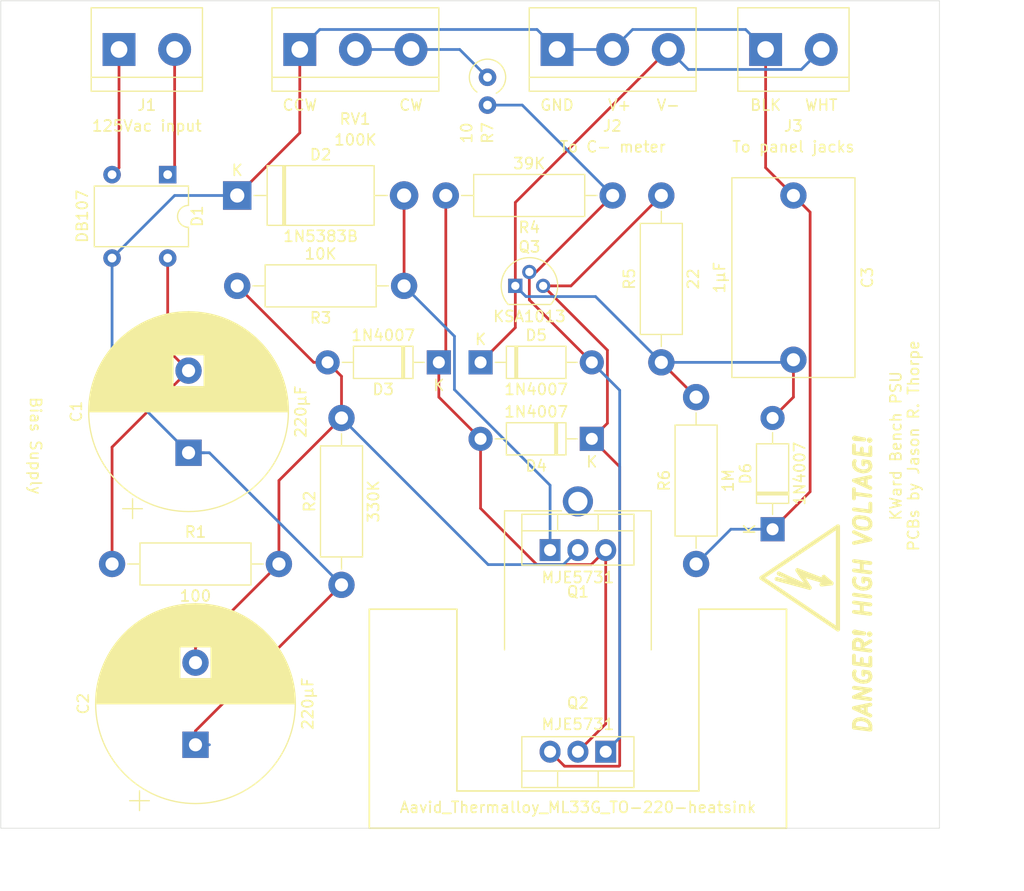
<source format=kicad_pcb>
(kicad_pcb (version 20171130) (host pcbnew "(5.1.12-1-10_14)")

  (general
    (thickness 1.6)
    (drawings 16)
    (tracks 97)
    (zones 0)
    (modules 30)
    (nets 12)
  )

  (page A)
  (title_block
    (title "KWard Bench PSU - Bias supply")
    (rev 0.1)
    (company "Copyright (c) 2021 Jason R. Thorpe. See LICENSE.")
  )

  (layers
    (0 F.Cu signal)
    (31 B.Cu signal)
    (32 B.Adhes user)
    (33 F.Adhes user)
    (34 B.Paste user)
    (35 F.Paste user)
    (36 B.SilkS user)
    (37 F.SilkS user)
    (38 B.Mask user)
    (39 F.Mask user)
    (40 Dwgs.User user)
    (41 Cmts.User user)
    (42 Eco1.User user)
    (43 Eco2.User user)
    (44 Edge.Cuts user)
    (45 Margin user)
    (46 B.CrtYd user)
    (47 F.CrtYd user)
    (48 B.Fab user)
    (49 F.Fab user)
  )

  (setup
    (last_trace_width 0.25)
    (trace_clearance 0.2)
    (zone_clearance 0.508)
    (zone_45_only no)
    (trace_min 0.2)
    (via_size 0.8)
    (via_drill 0.4)
    (via_min_size 0.4)
    (via_min_drill 0.3)
    (uvia_size 0.3)
    (uvia_drill 0.1)
    (uvias_allowed no)
    (uvia_min_size 0.2)
    (uvia_min_drill 0.1)
    (edge_width 0.05)
    (segment_width 0.2)
    (pcb_text_width 0.3)
    (pcb_text_size 1.5 1.5)
    (mod_edge_width 0.12)
    (mod_text_size 1 1)
    (mod_text_width 0.15)
    (pad_size 1.524 1.524)
    (pad_drill 0.762)
    (pad_to_mask_clearance 0)
    (aux_axis_origin 0 0)
    (visible_elements FFFFFF7F)
    (pcbplotparams
      (layerselection 0x010f0_ffffffff)
      (usegerberextensions false)
      (usegerberattributes true)
      (usegerberadvancedattributes true)
      (creategerberjobfile true)
      (excludeedgelayer true)
      (linewidth 0.100000)
      (plotframeref false)
      (viasonmask false)
      (mode 1)
      (useauxorigin false)
      (hpglpennumber 1)
      (hpglpenspeed 20)
      (hpglpendiameter 15.000000)
      (psnegative false)
      (psa4output false)
      (plotreference true)
      (plotvalue true)
      (plotinvisibletext false)
      (padsonsilk false)
      (subtractmaskfromsilk false)
      (outputformat 1)
      (mirror false)
      (drillshape 0)
      (scaleselection 1)
      (outputdirectory "Gerbers/"))
  )

  (net 0 "")
  (net 1 GND)
  (net 2 "Net-(C1-Pad2)")
  (net 3 "Net-(C2-Pad2)")
  (net 4 "Net-(C3-Pad2)")
  (net 5 "Net-(D1-Pad2)")
  (net 6 "Net-(D1-Pad1)")
  (net 7 "Net-(D2-Pad2)")
  (net 8 "Net-(D3-Pad1)")
  (net 9 "Net-(D4-Pad1)")
  (net 10 "Net-(D5-Pad2)")
  (net 11 "Net-(R7-Pad1)")

  (net_class Default "This is the default net class."
    (clearance 0.2)
    (trace_width 0.25)
    (via_dia 0.8)
    (via_drill 0.4)
    (uvia_dia 0.3)
    (uvia_drill 0.1)
    (add_net GND)
    (add_net "Net-(C1-Pad2)")
    (add_net "Net-(C2-Pad2)")
    (add_net "Net-(C3-Pad2)")
    (add_net "Net-(D1-Pad1)")
    (add_net "Net-(D1-Pad2)")
    (add_net "Net-(D2-Pad2)")
    (add_net "Net-(D3-Pad1)")
    (add_net "Net-(D4-Pad1)")
    (add_net "Net-(D5-Pad2)")
    (add_net "Net-(R7-Pad1)")
  )

  (module MountingHole:MountingHole_3.2mm_M3_DIN965 (layer F.Cu) (tedit 56D1B4CB) (tstamp 61CC7109)
    (at 177.165 131.445)
    (descr "Mounting Hole 3.2mm, no annular, M3, DIN965")
    (tags "mounting hole 3.2mm no annular m3 din965")
    (attr virtual)
    (fp_text reference REF** (at 0 -3.8) (layer F.SilkS) hide
      (effects (font (size 1 1) (thickness 0.15)))
    )
    (fp_text value MountingHole_3.2mm_M3_DIN965 (at 0 3.8) (layer F.Fab) hide
      (effects (font (size 1 1) (thickness 0.15)))
    )
    (fp_text user %R (at 0.3 0) (layer F.Fab)
      (effects (font (size 1 1) (thickness 0.15)))
    )
    (fp_circle (center 0 0) (end 2.8 0) (layer Cmts.User) (width 0.15))
    (fp_circle (center 0 0) (end 3.05 0) (layer F.CrtYd) (width 0.05))
    (pad 1 np_thru_hole circle (at 0 0) (size 3.2 3.2) (drill 3.2) (layers *.Cu *.Mask))
  )

  (module MountingHole:MountingHole_3.2mm_M3_DIN965 (layer F.Cu) (tedit 56D1B4CB) (tstamp 61CC70FB)
    (at 99.06 131.445)
    (descr "Mounting Hole 3.2mm, no annular, M3, DIN965")
    (tags "mounting hole 3.2mm no annular m3 din965")
    (attr virtual)
    (fp_text reference REF** (at 0 -3.8) (layer F.SilkS) hide
      (effects (font (size 1 1) (thickness 0.15)))
    )
    (fp_text value MountingHole_3.2mm_M3_DIN965 (at 0 3.8) (layer F.Fab) hide
      (effects (font (size 1 1) (thickness 0.15)))
    )
    (fp_text user %R (at 0.3 0) (layer F.Fab)
      (effects (font (size 1 1) (thickness 0.15)))
    )
    (fp_circle (center 0 0) (end 2.8 0) (layer Cmts.User) (width 0.15))
    (fp_circle (center 0 0) (end 3.05 0) (layer F.CrtYd) (width 0.05))
    (pad 1 np_thru_hole circle (at 0 0) (size 3.2 3.2) (drill 3.2) (layers *.Cu *.Mask))
  )

  (module MountingHole:MountingHole_3.2mm_M3_DIN965 (layer F.Cu) (tedit 56D1B4CB) (tstamp 61CC70DD)
    (at 99.06 63.5)
    (descr "Mounting Hole 3.2mm, no annular, M3, DIN965")
    (tags "mounting hole 3.2mm no annular m3 din965")
    (attr virtual)
    (fp_text reference REF** (at 0 -3.8) (layer F.SilkS) hide
      (effects (font (size 1 1) (thickness 0.15)))
    )
    (fp_text value MountingHole_3.2mm_M3_DIN965 (at 0 3.8) (layer F.Fab) hide
      (effects (font (size 1 1) (thickness 0.15)))
    )
    (fp_text user %R (at 0.3 0) (layer F.Fab)
      (effects (font (size 1 1) (thickness 0.15)))
    )
    (fp_circle (center 0 0) (end 2.8 0) (layer Cmts.User) (width 0.15))
    (fp_circle (center 0 0) (end 3.05 0) (layer F.CrtYd) (width 0.05))
    (pad 1 np_thru_hole circle (at 0 0) (size 3.2 3.2) (drill 3.2) (layers *.Cu *.Mask))
  )

  (module MountingHole:MountingHole_3.2mm_M3_DIN965 (layer F.Cu) (tedit 56D1B4CB) (tstamp 61CC70D4)
    (at 177.165 63.5)
    (descr "Mounting Hole 3.2mm, no annular, M3, DIN965")
    (tags "mounting hole 3.2mm no annular m3 din965")
    (attr virtual)
    (fp_text reference REF** (at 0 -3.8) (layer F.SilkS) hide
      (effects (font (size 1 1) (thickness 0.15)))
    )
    (fp_text value MountingHole_3.2mm_M3_DIN965 (at 0 3.8) (layer F.Fab) hide
      (effects (font (size 1 1) (thickness 0.15)))
    )
    (fp_text user %R (at 0.3 0) (layer F.Fab)
      (effects (font (size 1 1) (thickness 0.15)))
    )
    (fp_circle (center 0 0) (end 2.8 0) (layer Cmts.User) (width 0.15))
    (fp_circle (center 0 0) (end 3.05 0) (layer F.CrtYd) (width 0.05))
    (pad 1 np_thru_hole circle (at 0 0) (size 3.2 3.2) (drill 3.2) (layers *.Cu *.Mask))
  )

  (module Resistor_THT:R_Axial_DIN0309_L9.0mm_D3.2mm_P2.54mm_Vertical (layer F.Cu) (tedit 5AE5139B) (tstamp 61CD9ADD)
    (at 139.7 66.675 270)
    (descr "Resistor, Axial_DIN0309 series, Axial, Vertical, pin pitch=2.54mm, 0.5W = 1/2W, length*diameter=9*3.2mm^2, http://cdn-reichelt.de/documents/datenblatt/B400/1_4W%23YAG.pdf")
    (tags "Resistor Axial_DIN0309 series Axial Vertical pin pitch 2.54mm 0.5W = 1/2W length 9mm diameter 3.2mm")
    (path /61D0A6A4)
    (fp_text reference R7 (at 5.08 0 90) (layer F.SilkS)
      (effects (font (size 1 1) (thickness 0.15)))
    )
    (fp_text value 10 (at 5.08 1.905 90) (layer F.SilkS)
      (effects (font (size 1 1) (thickness 0.15)))
    )
    (fp_line (start 3.59 -1.85) (end -1.85 -1.85) (layer F.CrtYd) (width 0.05))
    (fp_line (start 3.59 1.85) (end 3.59 -1.85) (layer F.CrtYd) (width 0.05))
    (fp_line (start -1.85 1.85) (end 3.59 1.85) (layer F.CrtYd) (width 0.05))
    (fp_line (start -1.85 -1.85) (end -1.85 1.85) (layer F.CrtYd) (width 0.05))
    (fp_line (start 0 0) (end 2.54 0) (layer F.Fab) (width 0.1))
    (fp_circle (center 0 0) (end 1.6 0) (layer F.Fab) (width 0.1))
    (fp_text user %R (at 5.08 0 90) (layer F.Fab)
      (effects (font (size 1 1) (thickness 0.15)))
    )
    (fp_arc (start 0 0) (end 1.453272 -0.8) (angle -295.326041) (layer F.SilkS) (width 0.12))
    (pad 2 thru_hole oval (at 2.54 0 270) (size 1.6 1.6) (drill 0.8) (layers *.Cu *.Mask)
      (net 10 "Net-(D5-Pad2)"))
    (pad 1 thru_hole circle (at 0 0 270) (size 1.6 1.6) (drill 0.8) (layers *.Cu *.Mask)
      (net 11 "Net-(R7-Pad1)"))
    (model ${KISYS3DMOD}/Resistor_THT.3dshapes/R_Axial_DIN0309_L9.0mm_D3.2mm_P2.54mm_Vertical.wrl
      (at (xyz 0 0 0))
      (scale (xyz 1 1 1))
      (rotate (xyz 0 0 0))
    )
  )

  (module jrt-Heatsinks:Aavid_577202B04000G_TO-220 (layer F.Cu) (tedit 61CBF8B1) (tstamp 61CD9881)
    (at 147.955 105.41 180)
    (fp_text reference REF** (at 0 11.43) (layer F.SilkS) hide
      (effects (font (size 1 1) (thickness 0.15)))
    )
    (fp_text value Aavid_577202B04000G_TO-220 (at 0 -8.255) (layer F.Fab)
      (effects (font (size 1 1) (thickness 0.15)))
    )
    (fp_line (start -1.5 -0.86) (end -6.7 -0.86) (layer F.SilkS) (width 0.12))
    (fp_line (start 1.5 -0.86) (end 6.7 -0.86) (layer F.SilkS) (width 0.12))
    (fp_line (start 6.7 -0.86) (end 6.7 -13.56) (layer F.SilkS) (width 0.12))
    (fp_line (start -6.7 -0.86) (end -6.7 -13.56) (layer F.SilkS) (width 0.12))
    (fp_line (start 0 -12.7) (end 0 0) (layer F.Fab) (width 0.12))
    (pad "" thru_hole circle (at 0 0 180) (size 2.75 2.75) (drill 1.75) (layers *.Cu *.Mask))
  )

  (module jrt-Heatsinks:Aavid_Thermalloy_ML33G_TO-220-heatsink (layer F.Cu) (tedit 61CBEDB2) (tstamp 61CD9288)
    (at 167.005 135.255 180)
    (tags "TO-220 heatsink")
    (fp_text reference **REF (at 19.05 1.27) (layer F.SilkS) hide
      (effects (font (size 1 1) (thickness 0.15)))
    )
    (fp_text value Aavid_Thermalloy_ML33G_TO-220-heatsink (at 19.05 1.905) (layer F.SilkS)
      (effects (font (size 1 1) (thickness 0.15)))
    )
    (fp_line (start 19.05 3.4) (end 19.05 20) (layer F.Fab) (width 0.15))
    (fp_line (start 8 3.4) (end 30.1 3.4) (layer F.SilkS) (width 0.15))
    (fp_line (start 8 20) (end 8 3.4) (layer F.SilkS) (width 0.15))
    (fp_line (start 8 20) (end 0 20) (layer F.SilkS) (width 0.15))
    (fp_line (start 0 0) (end 0 20) (layer F.SilkS) (width 0.15))
    (fp_line (start 38.1 20) (end 30.1 20) (layer F.SilkS) (width 0.15))
    (fp_line (start 30.1 20) (end 30.1 3.4) (layer F.SilkS) (width 0.15))
    (fp_line (start 38.1 0) (end 38.1 20) (layer F.SilkS) (width 0.15))
    (fp_line (start 0 0) (end 38.1 0) (layer F.SilkS) (width 0.15))
  )

  (module jrt-Graphics:Symbol_HighVoltage_Type2_FSilk_VerySmall (layer F.Cu) (tedit 0) (tstamp 61CCE05E)
    (at 168.91 112.395 90)
    (descr "Symbol, High Voltage, Type 2, FSilk, Very Small,")
    (tags "Symbol, High Voltage, Type 2, FSilk, Very Small,")
    (attr virtual)
    (fp_text reference REF** (at -0.127 -5.715 90) (layer F.SilkS) hide
      (effects (font (size 1 1) (thickness 0.15)))
    )
    (fp_text value Symbol_HighVoltage_Type2_FSilk_VerySmall (at -0.381 4.572 90) (layer F.Fab) hide
      (effects (font (size 1 1) (thickness 0.15)))
    )
    (fp_line (start -4.699 2.794) (end 0 -4.191) (layer F.SilkS) (width 0.381))
    (fp_line (start 4.699 2.794) (end -4.699 2.794) (layer F.SilkS) (width 0.381))
    (fp_line (start 0 -4.191) (end 4.699 2.794) (layer F.SilkS) (width 0.381))
    (fp_line (start -0.49784 2.19964) (end -0.59944 1.30048) (layer F.SilkS) (width 0.381))
    (fp_line (start 0.29972 -0.59944) (end -0.49784 2.19964) (layer F.SilkS) (width 0.381))
    (fp_line (start -0.89916 0.20066) (end 0.29972 -0.59944) (layer F.SilkS) (width 0.381))
    (fp_line (start -0.09906 -2.79908) (end -0.89916 0.20066) (layer F.SilkS) (width 0.381))
    (fp_line (start -0.49784 2.19964) (end 0.1016 1.50114) (layer F.SilkS) (width 0.381))
    (fp_line (start -0.89916 0.20066) (end 0.40132 -2.60096) (layer F.SilkS) (width 0.381))
    (fp_line (start 0.70104 -0.89916) (end 0.1016 -0.50038) (layer F.SilkS) (width 0.381))
    (fp_line (start -0.49784 2.19964) (end 0.70104 -0.89916) (layer F.SilkS) (width 0.381))
  )

  (module Capacitor_THT:CP_Radial_D18.0mm_P7.50mm (layer F.Cu) (tedit 5AE50EF1) (tstamp 61CBE7E6)
    (at 112.395 100.965 90)
    (descr "CP, Radial series, Radial, pin pitch=7.50mm, , diameter=18mm, Electrolytic Capacitor")
    (tags "CP Radial series Radial pin pitch 7.50mm  diameter 18mm Electrolytic Capacitor")
    (path /6421AC96)
    (fp_text reference C1 (at 3.75 -10.25 90) (layer F.SilkS)
      (effects (font (size 1 1) (thickness 0.15)))
    )
    (fp_text value 220µF (at 3.75 10.25 90) (layer F.SilkS)
      (effects (font (size 1 1) (thickness 0.15)))
    )
    (fp_circle (center 3.75 0) (end 12.75 0) (layer F.Fab) (width 0.1))
    (fp_circle (center 3.75 0) (end 12.87 0) (layer F.SilkS) (width 0.12))
    (fp_circle (center 3.75 0) (end 13 0) (layer F.CrtYd) (width 0.05))
    (fp_line (start -3.987271 -3.9475) (end -2.187271 -3.9475) (layer F.Fab) (width 0.1))
    (fp_line (start -3.087271 -4.8475) (end -3.087271 -3.0475) (layer F.Fab) (width 0.1))
    (fp_line (start 3.75 -9.081) (end 3.75 9.081) (layer F.SilkS) (width 0.12))
    (fp_line (start 3.79 -9.08) (end 3.79 9.08) (layer F.SilkS) (width 0.12))
    (fp_line (start 3.83 -9.08) (end 3.83 9.08) (layer F.SilkS) (width 0.12))
    (fp_line (start 3.87 -9.08) (end 3.87 9.08) (layer F.SilkS) (width 0.12))
    (fp_line (start 3.91 -9.079) (end 3.91 9.079) (layer F.SilkS) (width 0.12))
    (fp_line (start 3.95 -9.078) (end 3.95 9.078) (layer F.SilkS) (width 0.12))
    (fp_line (start 3.99 -9.077) (end 3.99 9.077) (layer F.SilkS) (width 0.12))
    (fp_line (start 4.03 -9.076) (end 4.03 9.076) (layer F.SilkS) (width 0.12))
    (fp_line (start 4.07 -9.075) (end 4.07 9.075) (layer F.SilkS) (width 0.12))
    (fp_line (start 4.11 -9.073) (end 4.11 9.073) (layer F.SilkS) (width 0.12))
    (fp_line (start 4.15 -9.072) (end 4.15 9.072) (layer F.SilkS) (width 0.12))
    (fp_line (start 4.19 -9.07) (end 4.19 9.07) (layer F.SilkS) (width 0.12))
    (fp_line (start 4.23 -9.068) (end 4.23 9.068) (layer F.SilkS) (width 0.12))
    (fp_line (start 4.27 -9.066) (end 4.27 9.066) (layer F.SilkS) (width 0.12))
    (fp_line (start 4.31 -9.063) (end 4.31 9.063) (layer F.SilkS) (width 0.12))
    (fp_line (start 4.35 -9.061) (end 4.35 9.061) (layer F.SilkS) (width 0.12))
    (fp_line (start 4.39 -9.058) (end 4.39 9.058) (layer F.SilkS) (width 0.12))
    (fp_line (start 4.43 -9.055) (end 4.43 9.055) (layer F.SilkS) (width 0.12))
    (fp_line (start 4.471 -9.052) (end 4.471 9.052) (layer F.SilkS) (width 0.12))
    (fp_line (start 4.511 -9.049) (end 4.511 9.049) (layer F.SilkS) (width 0.12))
    (fp_line (start 4.551 -9.045) (end 4.551 9.045) (layer F.SilkS) (width 0.12))
    (fp_line (start 4.591 -9.042) (end 4.591 9.042) (layer F.SilkS) (width 0.12))
    (fp_line (start 4.631 -9.038) (end 4.631 9.038) (layer F.SilkS) (width 0.12))
    (fp_line (start 4.671 -9.034) (end 4.671 9.034) (layer F.SilkS) (width 0.12))
    (fp_line (start 4.711 -9.03) (end 4.711 9.03) (layer F.SilkS) (width 0.12))
    (fp_line (start 4.751 -9.026) (end 4.751 9.026) (layer F.SilkS) (width 0.12))
    (fp_line (start 4.791 -9.021) (end 4.791 9.021) (layer F.SilkS) (width 0.12))
    (fp_line (start 4.831 -9.016) (end 4.831 9.016) (layer F.SilkS) (width 0.12))
    (fp_line (start 4.871 -9.011) (end 4.871 9.011) (layer F.SilkS) (width 0.12))
    (fp_line (start 4.911 -9.006) (end 4.911 9.006) (layer F.SilkS) (width 0.12))
    (fp_line (start 4.951 -9.001) (end 4.951 9.001) (layer F.SilkS) (width 0.12))
    (fp_line (start 4.991 -8.996) (end 4.991 8.996) (layer F.SilkS) (width 0.12))
    (fp_line (start 5.031 -8.99) (end 5.031 8.99) (layer F.SilkS) (width 0.12))
    (fp_line (start 5.071 -8.984) (end 5.071 8.984) (layer F.SilkS) (width 0.12))
    (fp_line (start 5.111 -8.979) (end 5.111 8.979) (layer F.SilkS) (width 0.12))
    (fp_line (start 5.151 -8.972) (end 5.151 8.972) (layer F.SilkS) (width 0.12))
    (fp_line (start 5.191 -8.966) (end 5.191 8.966) (layer F.SilkS) (width 0.12))
    (fp_line (start 5.231 -8.96) (end 5.231 8.96) (layer F.SilkS) (width 0.12))
    (fp_line (start 5.271 -8.953) (end 5.271 8.953) (layer F.SilkS) (width 0.12))
    (fp_line (start 5.311 -8.946) (end 5.311 8.946) (layer F.SilkS) (width 0.12))
    (fp_line (start 5.351 -8.939) (end 5.351 8.939) (layer F.SilkS) (width 0.12))
    (fp_line (start 5.391 -8.932) (end 5.391 8.932) (layer F.SilkS) (width 0.12))
    (fp_line (start 5.431 -8.924) (end 5.431 8.924) (layer F.SilkS) (width 0.12))
    (fp_line (start 5.471 -8.917) (end 5.471 8.917) (layer F.SilkS) (width 0.12))
    (fp_line (start 5.511 -8.909) (end 5.511 8.909) (layer F.SilkS) (width 0.12))
    (fp_line (start 5.551 -8.901) (end 5.551 8.901) (layer F.SilkS) (width 0.12))
    (fp_line (start 5.591 -8.893) (end 5.591 8.893) (layer F.SilkS) (width 0.12))
    (fp_line (start 5.631 -8.885) (end 5.631 8.885) (layer F.SilkS) (width 0.12))
    (fp_line (start 5.671 -8.876) (end 5.671 8.876) (layer F.SilkS) (width 0.12))
    (fp_line (start 5.711 -8.867) (end 5.711 8.867) (layer F.SilkS) (width 0.12))
    (fp_line (start 5.751 -8.858) (end 5.751 8.858) (layer F.SilkS) (width 0.12))
    (fp_line (start 5.791 -8.849) (end 5.791 8.849) (layer F.SilkS) (width 0.12))
    (fp_line (start 5.831 -8.84) (end 5.831 8.84) (layer F.SilkS) (width 0.12))
    (fp_line (start 5.871 -8.831) (end 5.871 8.831) (layer F.SilkS) (width 0.12))
    (fp_line (start 5.911 -8.821) (end 5.911 8.821) (layer F.SilkS) (width 0.12))
    (fp_line (start 5.951 -8.811) (end 5.951 8.811) (layer F.SilkS) (width 0.12))
    (fp_line (start 5.991 -8.801) (end 5.991 8.801) (layer F.SilkS) (width 0.12))
    (fp_line (start 6.031 -8.791) (end 6.031 8.791) (layer F.SilkS) (width 0.12))
    (fp_line (start 6.071 -8.78) (end 6.071 -1.44) (layer F.SilkS) (width 0.12))
    (fp_line (start 6.071 1.44) (end 6.071 8.78) (layer F.SilkS) (width 0.12))
    (fp_line (start 6.111 -8.77) (end 6.111 -1.44) (layer F.SilkS) (width 0.12))
    (fp_line (start 6.111 1.44) (end 6.111 8.77) (layer F.SilkS) (width 0.12))
    (fp_line (start 6.151 -8.759) (end 6.151 -1.44) (layer F.SilkS) (width 0.12))
    (fp_line (start 6.151 1.44) (end 6.151 8.759) (layer F.SilkS) (width 0.12))
    (fp_line (start 6.191 -8.748) (end 6.191 -1.44) (layer F.SilkS) (width 0.12))
    (fp_line (start 6.191 1.44) (end 6.191 8.748) (layer F.SilkS) (width 0.12))
    (fp_line (start 6.231 -8.737) (end 6.231 -1.44) (layer F.SilkS) (width 0.12))
    (fp_line (start 6.231 1.44) (end 6.231 8.737) (layer F.SilkS) (width 0.12))
    (fp_line (start 6.271 -8.725) (end 6.271 -1.44) (layer F.SilkS) (width 0.12))
    (fp_line (start 6.271 1.44) (end 6.271 8.725) (layer F.SilkS) (width 0.12))
    (fp_line (start 6.311 -8.714) (end 6.311 -1.44) (layer F.SilkS) (width 0.12))
    (fp_line (start 6.311 1.44) (end 6.311 8.714) (layer F.SilkS) (width 0.12))
    (fp_line (start 6.351 -8.702) (end 6.351 -1.44) (layer F.SilkS) (width 0.12))
    (fp_line (start 6.351 1.44) (end 6.351 8.702) (layer F.SilkS) (width 0.12))
    (fp_line (start 6.391 -8.69) (end 6.391 -1.44) (layer F.SilkS) (width 0.12))
    (fp_line (start 6.391 1.44) (end 6.391 8.69) (layer F.SilkS) (width 0.12))
    (fp_line (start 6.431 -8.678) (end 6.431 -1.44) (layer F.SilkS) (width 0.12))
    (fp_line (start 6.431 1.44) (end 6.431 8.678) (layer F.SilkS) (width 0.12))
    (fp_line (start 6.471 -8.665) (end 6.471 -1.44) (layer F.SilkS) (width 0.12))
    (fp_line (start 6.471 1.44) (end 6.471 8.665) (layer F.SilkS) (width 0.12))
    (fp_line (start 6.511 -8.653) (end 6.511 -1.44) (layer F.SilkS) (width 0.12))
    (fp_line (start 6.511 1.44) (end 6.511 8.653) (layer F.SilkS) (width 0.12))
    (fp_line (start 6.551 -8.64) (end 6.551 -1.44) (layer F.SilkS) (width 0.12))
    (fp_line (start 6.551 1.44) (end 6.551 8.64) (layer F.SilkS) (width 0.12))
    (fp_line (start 6.591 -8.627) (end 6.591 -1.44) (layer F.SilkS) (width 0.12))
    (fp_line (start 6.591 1.44) (end 6.591 8.627) (layer F.SilkS) (width 0.12))
    (fp_line (start 6.631 -8.614) (end 6.631 -1.44) (layer F.SilkS) (width 0.12))
    (fp_line (start 6.631 1.44) (end 6.631 8.614) (layer F.SilkS) (width 0.12))
    (fp_line (start 6.671 -8.6) (end 6.671 -1.44) (layer F.SilkS) (width 0.12))
    (fp_line (start 6.671 1.44) (end 6.671 8.6) (layer F.SilkS) (width 0.12))
    (fp_line (start 6.711 -8.587) (end 6.711 -1.44) (layer F.SilkS) (width 0.12))
    (fp_line (start 6.711 1.44) (end 6.711 8.587) (layer F.SilkS) (width 0.12))
    (fp_line (start 6.751 -8.573) (end 6.751 -1.44) (layer F.SilkS) (width 0.12))
    (fp_line (start 6.751 1.44) (end 6.751 8.573) (layer F.SilkS) (width 0.12))
    (fp_line (start 6.791 -8.559) (end 6.791 -1.44) (layer F.SilkS) (width 0.12))
    (fp_line (start 6.791 1.44) (end 6.791 8.559) (layer F.SilkS) (width 0.12))
    (fp_line (start 6.831 -8.545) (end 6.831 -1.44) (layer F.SilkS) (width 0.12))
    (fp_line (start 6.831 1.44) (end 6.831 8.545) (layer F.SilkS) (width 0.12))
    (fp_line (start 6.871 -8.53) (end 6.871 -1.44) (layer F.SilkS) (width 0.12))
    (fp_line (start 6.871 1.44) (end 6.871 8.53) (layer F.SilkS) (width 0.12))
    (fp_line (start 6.911 -8.516) (end 6.911 -1.44) (layer F.SilkS) (width 0.12))
    (fp_line (start 6.911 1.44) (end 6.911 8.516) (layer F.SilkS) (width 0.12))
    (fp_line (start 6.951 -8.501) (end 6.951 -1.44) (layer F.SilkS) (width 0.12))
    (fp_line (start 6.951 1.44) (end 6.951 8.501) (layer F.SilkS) (width 0.12))
    (fp_line (start 6.991 -8.486) (end 6.991 -1.44) (layer F.SilkS) (width 0.12))
    (fp_line (start 6.991 1.44) (end 6.991 8.486) (layer F.SilkS) (width 0.12))
    (fp_line (start 7.031 -8.47) (end 7.031 -1.44) (layer F.SilkS) (width 0.12))
    (fp_line (start 7.031 1.44) (end 7.031 8.47) (layer F.SilkS) (width 0.12))
    (fp_line (start 7.071 -8.455) (end 7.071 -1.44) (layer F.SilkS) (width 0.12))
    (fp_line (start 7.071 1.44) (end 7.071 8.455) (layer F.SilkS) (width 0.12))
    (fp_line (start 7.111 -8.439) (end 7.111 -1.44) (layer F.SilkS) (width 0.12))
    (fp_line (start 7.111 1.44) (end 7.111 8.439) (layer F.SilkS) (width 0.12))
    (fp_line (start 7.151 -8.423) (end 7.151 -1.44) (layer F.SilkS) (width 0.12))
    (fp_line (start 7.151 1.44) (end 7.151 8.423) (layer F.SilkS) (width 0.12))
    (fp_line (start 7.191 -8.407) (end 7.191 -1.44) (layer F.SilkS) (width 0.12))
    (fp_line (start 7.191 1.44) (end 7.191 8.407) (layer F.SilkS) (width 0.12))
    (fp_line (start 7.231 -8.39) (end 7.231 -1.44) (layer F.SilkS) (width 0.12))
    (fp_line (start 7.231 1.44) (end 7.231 8.39) (layer F.SilkS) (width 0.12))
    (fp_line (start 7.271 -8.374) (end 7.271 -1.44) (layer F.SilkS) (width 0.12))
    (fp_line (start 7.271 1.44) (end 7.271 8.374) (layer F.SilkS) (width 0.12))
    (fp_line (start 7.311 -8.357) (end 7.311 -1.44) (layer F.SilkS) (width 0.12))
    (fp_line (start 7.311 1.44) (end 7.311 8.357) (layer F.SilkS) (width 0.12))
    (fp_line (start 7.351 -8.34) (end 7.351 -1.44) (layer F.SilkS) (width 0.12))
    (fp_line (start 7.351 1.44) (end 7.351 8.34) (layer F.SilkS) (width 0.12))
    (fp_line (start 7.391 -8.323) (end 7.391 -1.44) (layer F.SilkS) (width 0.12))
    (fp_line (start 7.391 1.44) (end 7.391 8.323) (layer F.SilkS) (width 0.12))
    (fp_line (start 7.431 -8.305) (end 7.431 -1.44) (layer F.SilkS) (width 0.12))
    (fp_line (start 7.431 1.44) (end 7.431 8.305) (layer F.SilkS) (width 0.12))
    (fp_line (start 7.471 -8.287) (end 7.471 -1.44) (layer F.SilkS) (width 0.12))
    (fp_line (start 7.471 1.44) (end 7.471 8.287) (layer F.SilkS) (width 0.12))
    (fp_line (start 7.511 -8.269) (end 7.511 -1.44) (layer F.SilkS) (width 0.12))
    (fp_line (start 7.511 1.44) (end 7.511 8.269) (layer F.SilkS) (width 0.12))
    (fp_line (start 7.551 -8.251) (end 7.551 -1.44) (layer F.SilkS) (width 0.12))
    (fp_line (start 7.551 1.44) (end 7.551 8.251) (layer F.SilkS) (width 0.12))
    (fp_line (start 7.591 -8.233) (end 7.591 -1.44) (layer F.SilkS) (width 0.12))
    (fp_line (start 7.591 1.44) (end 7.591 8.233) (layer F.SilkS) (width 0.12))
    (fp_line (start 7.631 -8.214) (end 7.631 -1.44) (layer F.SilkS) (width 0.12))
    (fp_line (start 7.631 1.44) (end 7.631 8.214) (layer F.SilkS) (width 0.12))
    (fp_line (start 7.671 -8.195) (end 7.671 -1.44) (layer F.SilkS) (width 0.12))
    (fp_line (start 7.671 1.44) (end 7.671 8.195) (layer F.SilkS) (width 0.12))
    (fp_line (start 7.711 -8.176) (end 7.711 -1.44) (layer F.SilkS) (width 0.12))
    (fp_line (start 7.711 1.44) (end 7.711 8.176) (layer F.SilkS) (width 0.12))
    (fp_line (start 7.751 -8.156) (end 7.751 -1.44) (layer F.SilkS) (width 0.12))
    (fp_line (start 7.751 1.44) (end 7.751 8.156) (layer F.SilkS) (width 0.12))
    (fp_line (start 7.791 -8.137) (end 7.791 -1.44) (layer F.SilkS) (width 0.12))
    (fp_line (start 7.791 1.44) (end 7.791 8.137) (layer F.SilkS) (width 0.12))
    (fp_line (start 7.831 -8.117) (end 7.831 -1.44) (layer F.SilkS) (width 0.12))
    (fp_line (start 7.831 1.44) (end 7.831 8.117) (layer F.SilkS) (width 0.12))
    (fp_line (start 7.871 -8.097) (end 7.871 -1.44) (layer F.SilkS) (width 0.12))
    (fp_line (start 7.871 1.44) (end 7.871 8.097) (layer F.SilkS) (width 0.12))
    (fp_line (start 7.911 -8.076) (end 7.911 -1.44) (layer F.SilkS) (width 0.12))
    (fp_line (start 7.911 1.44) (end 7.911 8.076) (layer F.SilkS) (width 0.12))
    (fp_line (start 7.951 -8.056) (end 7.951 -1.44) (layer F.SilkS) (width 0.12))
    (fp_line (start 7.951 1.44) (end 7.951 8.056) (layer F.SilkS) (width 0.12))
    (fp_line (start 7.991 -8.035) (end 7.991 -1.44) (layer F.SilkS) (width 0.12))
    (fp_line (start 7.991 1.44) (end 7.991 8.035) (layer F.SilkS) (width 0.12))
    (fp_line (start 8.031 -8.014) (end 8.031 -1.44) (layer F.SilkS) (width 0.12))
    (fp_line (start 8.031 1.44) (end 8.031 8.014) (layer F.SilkS) (width 0.12))
    (fp_line (start 8.071 -7.992) (end 8.071 -1.44) (layer F.SilkS) (width 0.12))
    (fp_line (start 8.071 1.44) (end 8.071 7.992) (layer F.SilkS) (width 0.12))
    (fp_line (start 8.111 -7.971) (end 8.111 -1.44) (layer F.SilkS) (width 0.12))
    (fp_line (start 8.111 1.44) (end 8.111 7.971) (layer F.SilkS) (width 0.12))
    (fp_line (start 8.151 -7.949) (end 8.151 -1.44) (layer F.SilkS) (width 0.12))
    (fp_line (start 8.151 1.44) (end 8.151 7.949) (layer F.SilkS) (width 0.12))
    (fp_line (start 8.191 -7.927) (end 8.191 -1.44) (layer F.SilkS) (width 0.12))
    (fp_line (start 8.191 1.44) (end 8.191 7.927) (layer F.SilkS) (width 0.12))
    (fp_line (start 8.231 -7.904) (end 8.231 -1.44) (layer F.SilkS) (width 0.12))
    (fp_line (start 8.231 1.44) (end 8.231 7.904) (layer F.SilkS) (width 0.12))
    (fp_line (start 8.271 -7.882) (end 8.271 -1.44) (layer F.SilkS) (width 0.12))
    (fp_line (start 8.271 1.44) (end 8.271 7.882) (layer F.SilkS) (width 0.12))
    (fp_line (start 8.311 -7.859) (end 8.311 -1.44) (layer F.SilkS) (width 0.12))
    (fp_line (start 8.311 1.44) (end 8.311 7.859) (layer F.SilkS) (width 0.12))
    (fp_line (start 8.351 -7.835) (end 8.351 -1.44) (layer F.SilkS) (width 0.12))
    (fp_line (start 8.351 1.44) (end 8.351 7.835) (layer F.SilkS) (width 0.12))
    (fp_line (start 8.391 -7.812) (end 8.391 -1.44) (layer F.SilkS) (width 0.12))
    (fp_line (start 8.391 1.44) (end 8.391 7.812) (layer F.SilkS) (width 0.12))
    (fp_line (start 8.431 -7.788) (end 8.431 -1.44) (layer F.SilkS) (width 0.12))
    (fp_line (start 8.431 1.44) (end 8.431 7.788) (layer F.SilkS) (width 0.12))
    (fp_line (start 8.471 -7.764) (end 8.471 -1.44) (layer F.SilkS) (width 0.12))
    (fp_line (start 8.471 1.44) (end 8.471 7.764) (layer F.SilkS) (width 0.12))
    (fp_line (start 8.511 -7.74) (end 8.511 -1.44) (layer F.SilkS) (width 0.12))
    (fp_line (start 8.511 1.44) (end 8.511 7.74) (layer F.SilkS) (width 0.12))
    (fp_line (start 8.551 -7.715) (end 8.551 -1.44) (layer F.SilkS) (width 0.12))
    (fp_line (start 8.551 1.44) (end 8.551 7.715) (layer F.SilkS) (width 0.12))
    (fp_line (start 8.591 -7.69) (end 8.591 -1.44) (layer F.SilkS) (width 0.12))
    (fp_line (start 8.591 1.44) (end 8.591 7.69) (layer F.SilkS) (width 0.12))
    (fp_line (start 8.631 -7.665) (end 8.631 -1.44) (layer F.SilkS) (width 0.12))
    (fp_line (start 8.631 1.44) (end 8.631 7.665) (layer F.SilkS) (width 0.12))
    (fp_line (start 8.671 -7.64) (end 8.671 -1.44) (layer F.SilkS) (width 0.12))
    (fp_line (start 8.671 1.44) (end 8.671 7.64) (layer F.SilkS) (width 0.12))
    (fp_line (start 8.711 -7.614) (end 8.711 -1.44) (layer F.SilkS) (width 0.12))
    (fp_line (start 8.711 1.44) (end 8.711 7.614) (layer F.SilkS) (width 0.12))
    (fp_line (start 8.751 -7.588) (end 8.751 -1.44) (layer F.SilkS) (width 0.12))
    (fp_line (start 8.751 1.44) (end 8.751 7.588) (layer F.SilkS) (width 0.12))
    (fp_line (start 8.791 -7.561) (end 8.791 -1.44) (layer F.SilkS) (width 0.12))
    (fp_line (start 8.791 1.44) (end 8.791 7.561) (layer F.SilkS) (width 0.12))
    (fp_line (start 8.831 -7.535) (end 8.831 -1.44) (layer F.SilkS) (width 0.12))
    (fp_line (start 8.831 1.44) (end 8.831 7.535) (layer F.SilkS) (width 0.12))
    (fp_line (start 8.871 -7.508) (end 8.871 -1.44) (layer F.SilkS) (width 0.12))
    (fp_line (start 8.871 1.44) (end 8.871 7.508) (layer F.SilkS) (width 0.12))
    (fp_line (start 8.911 -7.48) (end 8.911 -1.44) (layer F.SilkS) (width 0.12))
    (fp_line (start 8.911 1.44) (end 8.911 7.48) (layer F.SilkS) (width 0.12))
    (fp_line (start 8.951 -7.453) (end 8.951 7.453) (layer F.SilkS) (width 0.12))
    (fp_line (start 8.991 -7.425) (end 8.991 7.425) (layer F.SilkS) (width 0.12))
    (fp_line (start 9.031 -7.397) (end 9.031 7.397) (layer F.SilkS) (width 0.12))
    (fp_line (start 9.071 -7.368) (end 9.071 7.368) (layer F.SilkS) (width 0.12))
    (fp_line (start 9.111 -7.339) (end 9.111 7.339) (layer F.SilkS) (width 0.12))
    (fp_line (start 9.151 -7.31) (end 9.151 7.31) (layer F.SilkS) (width 0.12))
    (fp_line (start 9.191 -7.28) (end 9.191 7.28) (layer F.SilkS) (width 0.12))
    (fp_line (start 9.231 -7.25) (end 9.231 7.25) (layer F.SilkS) (width 0.12))
    (fp_line (start 9.271 -7.22) (end 9.271 7.22) (layer F.SilkS) (width 0.12))
    (fp_line (start 9.311 -7.19) (end 9.311 7.19) (layer F.SilkS) (width 0.12))
    (fp_line (start 9.351 -7.159) (end 9.351 7.159) (layer F.SilkS) (width 0.12))
    (fp_line (start 9.391 -7.127) (end 9.391 7.127) (layer F.SilkS) (width 0.12))
    (fp_line (start 9.431 -7.096) (end 9.431 7.096) (layer F.SilkS) (width 0.12))
    (fp_line (start 9.471 -7.064) (end 9.471 7.064) (layer F.SilkS) (width 0.12))
    (fp_line (start 9.511 -7.031) (end 9.511 7.031) (layer F.SilkS) (width 0.12))
    (fp_line (start 9.551 -6.999) (end 9.551 6.999) (layer F.SilkS) (width 0.12))
    (fp_line (start 9.591 -6.965) (end 9.591 6.965) (layer F.SilkS) (width 0.12))
    (fp_line (start 9.631 -6.932) (end 9.631 6.932) (layer F.SilkS) (width 0.12))
    (fp_line (start 9.671 -6.898) (end 9.671 6.898) (layer F.SilkS) (width 0.12))
    (fp_line (start 9.711 -6.864) (end 9.711 6.864) (layer F.SilkS) (width 0.12))
    (fp_line (start 9.751 -6.829) (end 9.751 6.829) (layer F.SilkS) (width 0.12))
    (fp_line (start 9.791 -6.794) (end 9.791 6.794) (layer F.SilkS) (width 0.12))
    (fp_line (start 9.831 -6.758) (end 9.831 6.758) (layer F.SilkS) (width 0.12))
    (fp_line (start 9.871 -6.722) (end 9.871 6.722) (layer F.SilkS) (width 0.12))
    (fp_line (start 9.911 -6.686) (end 9.911 6.686) (layer F.SilkS) (width 0.12))
    (fp_line (start 9.951 -6.649) (end 9.951 6.649) (layer F.SilkS) (width 0.12))
    (fp_line (start 9.991 -6.612) (end 9.991 6.612) (layer F.SilkS) (width 0.12))
    (fp_line (start 10.031 -6.574) (end 10.031 6.574) (layer F.SilkS) (width 0.12))
    (fp_line (start 10.071 -6.536) (end 10.071 6.536) (layer F.SilkS) (width 0.12))
    (fp_line (start 10.111 -6.497) (end 10.111 6.497) (layer F.SilkS) (width 0.12))
    (fp_line (start 10.151 -6.458) (end 10.151 6.458) (layer F.SilkS) (width 0.12))
    (fp_line (start 10.191 -6.418) (end 10.191 6.418) (layer F.SilkS) (width 0.12))
    (fp_line (start 10.231 -6.378) (end 10.231 6.378) (layer F.SilkS) (width 0.12))
    (fp_line (start 10.271 -6.337) (end 10.271 6.337) (layer F.SilkS) (width 0.12))
    (fp_line (start 10.311 -6.296) (end 10.311 6.296) (layer F.SilkS) (width 0.12))
    (fp_line (start 10.351 -6.254) (end 10.351 6.254) (layer F.SilkS) (width 0.12))
    (fp_line (start 10.391 -6.212) (end 10.391 6.212) (layer F.SilkS) (width 0.12))
    (fp_line (start 10.431 -6.17) (end 10.431 6.17) (layer F.SilkS) (width 0.12))
    (fp_line (start 10.471 -6.126) (end 10.471 6.126) (layer F.SilkS) (width 0.12))
    (fp_line (start 10.511 -6.082) (end 10.511 6.082) (layer F.SilkS) (width 0.12))
    (fp_line (start 10.551 -6.038) (end 10.551 6.038) (layer F.SilkS) (width 0.12))
    (fp_line (start 10.591 -5.993) (end 10.591 5.993) (layer F.SilkS) (width 0.12))
    (fp_line (start 10.631 -5.947) (end 10.631 5.947) (layer F.SilkS) (width 0.12))
    (fp_line (start 10.671 -5.901) (end 10.671 5.901) (layer F.SilkS) (width 0.12))
    (fp_line (start 10.711 -5.854) (end 10.711 5.854) (layer F.SilkS) (width 0.12))
    (fp_line (start 10.751 -5.806) (end 10.751 5.806) (layer F.SilkS) (width 0.12))
    (fp_line (start 10.791 -5.758) (end 10.791 5.758) (layer F.SilkS) (width 0.12))
    (fp_line (start 10.831 -5.709) (end 10.831 5.709) (layer F.SilkS) (width 0.12))
    (fp_line (start 10.871 -5.66) (end 10.871 5.66) (layer F.SilkS) (width 0.12))
    (fp_line (start 10.911 -5.609) (end 10.911 5.609) (layer F.SilkS) (width 0.12))
    (fp_line (start 10.951 -5.558) (end 10.951 5.558) (layer F.SilkS) (width 0.12))
    (fp_line (start 10.991 -5.506) (end 10.991 5.506) (layer F.SilkS) (width 0.12))
    (fp_line (start 11.031 -5.454) (end 11.031 5.454) (layer F.SilkS) (width 0.12))
    (fp_line (start 11.071 -5.4) (end 11.071 5.4) (layer F.SilkS) (width 0.12))
    (fp_line (start 11.111 -5.346) (end 11.111 5.346) (layer F.SilkS) (width 0.12))
    (fp_line (start 11.151 -5.291) (end 11.151 5.291) (layer F.SilkS) (width 0.12))
    (fp_line (start 11.191 -5.235) (end 11.191 5.235) (layer F.SilkS) (width 0.12))
    (fp_line (start 11.231 -5.178) (end 11.231 5.178) (layer F.SilkS) (width 0.12))
    (fp_line (start 11.271 -5.12) (end 11.271 5.12) (layer F.SilkS) (width 0.12))
    (fp_line (start 11.311 -5.062) (end 11.311 5.062) (layer F.SilkS) (width 0.12))
    (fp_line (start 11.351 -5.002) (end 11.351 5.002) (layer F.SilkS) (width 0.12))
    (fp_line (start 11.391 -4.941) (end 11.391 4.941) (layer F.SilkS) (width 0.12))
    (fp_line (start 11.431 -4.879) (end 11.431 4.879) (layer F.SilkS) (width 0.12))
    (fp_line (start 11.471 -4.816) (end 11.471 4.816) (layer F.SilkS) (width 0.12))
    (fp_line (start 11.511 -4.752) (end 11.511 4.752) (layer F.SilkS) (width 0.12))
    (fp_line (start 11.551 -4.686) (end 11.551 4.686) (layer F.SilkS) (width 0.12))
    (fp_line (start 11.591 -4.62) (end 11.591 4.62) (layer F.SilkS) (width 0.12))
    (fp_line (start 11.631 -4.552) (end 11.631 4.552) (layer F.SilkS) (width 0.12))
    (fp_line (start 11.671 -4.482) (end 11.671 4.482) (layer F.SilkS) (width 0.12))
    (fp_line (start 11.711 -4.412) (end 11.711 4.412) (layer F.SilkS) (width 0.12))
    (fp_line (start 11.751 -4.339) (end 11.751 4.339) (layer F.SilkS) (width 0.12))
    (fp_line (start 11.791 -4.265) (end 11.791 4.265) (layer F.SilkS) (width 0.12))
    (fp_line (start 11.831 -4.19) (end 11.831 4.19) (layer F.SilkS) (width 0.12))
    (fp_line (start 11.871 -4.113) (end 11.871 4.113) (layer F.SilkS) (width 0.12))
    (fp_line (start 11.911 -4.033) (end 11.911 4.033) (layer F.SilkS) (width 0.12))
    (fp_line (start 11.95 -3.952) (end 11.95 3.952) (layer F.SilkS) (width 0.12))
    (fp_line (start 11.99 -3.869) (end 11.99 3.869) (layer F.SilkS) (width 0.12))
    (fp_line (start 12.03 -3.784) (end 12.03 3.784) (layer F.SilkS) (width 0.12))
    (fp_line (start 12.07 -3.696) (end 12.07 3.696) (layer F.SilkS) (width 0.12))
    (fp_line (start 12.11 -3.605) (end 12.11 3.605) (layer F.SilkS) (width 0.12))
    (fp_line (start 12.15 -3.512) (end 12.15 3.512) (layer F.SilkS) (width 0.12))
    (fp_line (start 12.19 -3.416) (end 12.19 3.416) (layer F.SilkS) (width 0.12))
    (fp_line (start 12.23 -3.317) (end 12.23 3.317) (layer F.SilkS) (width 0.12))
    (fp_line (start 12.27 -3.214) (end 12.27 3.214) (layer F.SilkS) (width 0.12))
    (fp_line (start 12.31 -3.107) (end 12.31 3.107) (layer F.SilkS) (width 0.12))
    (fp_line (start 12.35 -2.996) (end 12.35 2.996) (layer F.SilkS) (width 0.12))
    (fp_line (start 12.39 -2.88) (end 12.39 2.88) (layer F.SilkS) (width 0.12))
    (fp_line (start 12.43 -2.759) (end 12.43 2.759) (layer F.SilkS) (width 0.12))
    (fp_line (start 12.47 -2.632) (end 12.47 2.632) (layer F.SilkS) (width 0.12))
    (fp_line (start 12.51 -2.498) (end 12.51 2.498) (layer F.SilkS) (width 0.12))
    (fp_line (start 12.55 -2.355) (end 12.55 2.355) (layer F.SilkS) (width 0.12))
    (fp_line (start 12.59 -2.203) (end 12.59 2.203) (layer F.SilkS) (width 0.12))
    (fp_line (start 12.63 -2.039) (end 12.63 2.039) (layer F.SilkS) (width 0.12))
    (fp_line (start 12.67 -1.86) (end 12.67 1.86) (layer F.SilkS) (width 0.12))
    (fp_line (start 12.71 -1.661) (end 12.71 1.661) (layer F.SilkS) (width 0.12))
    (fp_line (start 12.75 -1.435) (end 12.75 1.435) (layer F.SilkS) (width 0.12))
    (fp_line (start 12.79 -1.166) (end 12.79 1.166) (layer F.SilkS) (width 0.12))
    (fp_line (start 12.83 -0.814) (end 12.83 0.814) (layer F.SilkS) (width 0.12))
    (fp_line (start 12.87 -0.04) (end 12.87 0.04) (layer F.SilkS) (width 0.12))
    (fp_line (start -6.00944 -5.115) (end -4.20944 -5.115) (layer F.SilkS) (width 0.12))
    (fp_line (start -5.10944 -6.015) (end -5.10944 -4.215) (layer F.SilkS) (width 0.12))
    (fp_text user %R (at 3.75 0 90) (layer F.Fab)
      (effects (font (size 1 1) (thickness 0.15)))
    )
    (pad 1 thru_hole rect (at 0 0 90) (size 2.4 2.4) (drill 1.2) (layers *.Cu *.Mask)
      (net 1 GND))
    (pad 2 thru_hole circle (at 7.5 0 90) (size 2.4 2.4) (drill 1.2) (layers *.Cu *.Mask)
      (net 2 "Net-(C1-Pad2)"))
    (model ${KISYS3DMOD}/Capacitor_THT.3dshapes/CP_Radial_D18.0mm_P7.50mm.wrl
      (at (xyz 0 0 0))
      (scale (xyz 1 1 1))
      (rotate (xyz 0 0 0))
    )
  )

  (module Capacitor_THT:CP_Radial_D18.0mm_P7.50mm (layer F.Cu) (tedit 5AE50EF1) (tstamp 61CBE222)
    (at 113.03 127.635 90)
    (descr "CP, Radial series, Radial, pin pitch=7.50mm, , diameter=18mm, Electrolytic Capacitor")
    (tags "CP Radial series Radial pin pitch 7.50mm  diameter 18mm Electrolytic Capacitor")
    (path /6421BE2B)
    (fp_text reference C2 (at 3.75 -10.25 90) (layer F.SilkS)
      (effects (font (size 1 1) (thickness 0.15)))
    )
    (fp_text value 220µF (at 3.75 10.25 90) (layer F.SilkS)
      (effects (font (size 1 1) (thickness 0.15)))
    )
    (fp_line (start -5.10944 -6.015) (end -5.10944 -4.215) (layer F.SilkS) (width 0.12))
    (fp_line (start -6.00944 -5.115) (end -4.20944 -5.115) (layer F.SilkS) (width 0.12))
    (fp_line (start 12.87 -0.04) (end 12.87 0.04) (layer F.SilkS) (width 0.12))
    (fp_line (start 12.83 -0.814) (end 12.83 0.814) (layer F.SilkS) (width 0.12))
    (fp_line (start 12.79 -1.166) (end 12.79 1.166) (layer F.SilkS) (width 0.12))
    (fp_line (start 12.75 -1.435) (end 12.75 1.435) (layer F.SilkS) (width 0.12))
    (fp_line (start 12.71 -1.661) (end 12.71 1.661) (layer F.SilkS) (width 0.12))
    (fp_line (start 12.67 -1.86) (end 12.67 1.86) (layer F.SilkS) (width 0.12))
    (fp_line (start 12.63 -2.039) (end 12.63 2.039) (layer F.SilkS) (width 0.12))
    (fp_line (start 12.59 -2.203) (end 12.59 2.203) (layer F.SilkS) (width 0.12))
    (fp_line (start 12.55 -2.355) (end 12.55 2.355) (layer F.SilkS) (width 0.12))
    (fp_line (start 12.51 -2.498) (end 12.51 2.498) (layer F.SilkS) (width 0.12))
    (fp_line (start 12.47 -2.632) (end 12.47 2.632) (layer F.SilkS) (width 0.12))
    (fp_line (start 12.43 -2.759) (end 12.43 2.759) (layer F.SilkS) (width 0.12))
    (fp_line (start 12.39 -2.88) (end 12.39 2.88) (layer F.SilkS) (width 0.12))
    (fp_line (start 12.35 -2.996) (end 12.35 2.996) (layer F.SilkS) (width 0.12))
    (fp_line (start 12.31 -3.107) (end 12.31 3.107) (layer F.SilkS) (width 0.12))
    (fp_line (start 12.27 -3.214) (end 12.27 3.214) (layer F.SilkS) (width 0.12))
    (fp_line (start 12.23 -3.317) (end 12.23 3.317) (layer F.SilkS) (width 0.12))
    (fp_line (start 12.19 -3.416) (end 12.19 3.416) (layer F.SilkS) (width 0.12))
    (fp_line (start 12.15 -3.512) (end 12.15 3.512) (layer F.SilkS) (width 0.12))
    (fp_line (start 12.11 -3.605) (end 12.11 3.605) (layer F.SilkS) (width 0.12))
    (fp_line (start 12.07 -3.696) (end 12.07 3.696) (layer F.SilkS) (width 0.12))
    (fp_line (start 12.03 -3.784) (end 12.03 3.784) (layer F.SilkS) (width 0.12))
    (fp_line (start 11.99 -3.869) (end 11.99 3.869) (layer F.SilkS) (width 0.12))
    (fp_line (start 11.95 -3.952) (end 11.95 3.952) (layer F.SilkS) (width 0.12))
    (fp_line (start 11.911 -4.033) (end 11.911 4.033) (layer F.SilkS) (width 0.12))
    (fp_line (start 11.871 -4.113) (end 11.871 4.113) (layer F.SilkS) (width 0.12))
    (fp_line (start 11.831 -4.19) (end 11.831 4.19) (layer F.SilkS) (width 0.12))
    (fp_line (start 11.791 -4.265) (end 11.791 4.265) (layer F.SilkS) (width 0.12))
    (fp_line (start 11.751 -4.339) (end 11.751 4.339) (layer F.SilkS) (width 0.12))
    (fp_line (start 11.711 -4.412) (end 11.711 4.412) (layer F.SilkS) (width 0.12))
    (fp_line (start 11.671 -4.482) (end 11.671 4.482) (layer F.SilkS) (width 0.12))
    (fp_line (start 11.631 -4.552) (end 11.631 4.552) (layer F.SilkS) (width 0.12))
    (fp_line (start 11.591 -4.62) (end 11.591 4.62) (layer F.SilkS) (width 0.12))
    (fp_line (start 11.551 -4.686) (end 11.551 4.686) (layer F.SilkS) (width 0.12))
    (fp_line (start 11.511 -4.752) (end 11.511 4.752) (layer F.SilkS) (width 0.12))
    (fp_line (start 11.471 -4.816) (end 11.471 4.816) (layer F.SilkS) (width 0.12))
    (fp_line (start 11.431 -4.879) (end 11.431 4.879) (layer F.SilkS) (width 0.12))
    (fp_line (start 11.391 -4.941) (end 11.391 4.941) (layer F.SilkS) (width 0.12))
    (fp_line (start 11.351 -5.002) (end 11.351 5.002) (layer F.SilkS) (width 0.12))
    (fp_line (start 11.311 -5.062) (end 11.311 5.062) (layer F.SilkS) (width 0.12))
    (fp_line (start 11.271 -5.12) (end 11.271 5.12) (layer F.SilkS) (width 0.12))
    (fp_line (start 11.231 -5.178) (end 11.231 5.178) (layer F.SilkS) (width 0.12))
    (fp_line (start 11.191 -5.235) (end 11.191 5.235) (layer F.SilkS) (width 0.12))
    (fp_line (start 11.151 -5.291) (end 11.151 5.291) (layer F.SilkS) (width 0.12))
    (fp_line (start 11.111 -5.346) (end 11.111 5.346) (layer F.SilkS) (width 0.12))
    (fp_line (start 11.071 -5.4) (end 11.071 5.4) (layer F.SilkS) (width 0.12))
    (fp_line (start 11.031 -5.454) (end 11.031 5.454) (layer F.SilkS) (width 0.12))
    (fp_line (start 10.991 -5.506) (end 10.991 5.506) (layer F.SilkS) (width 0.12))
    (fp_line (start 10.951 -5.558) (end 10.951 5.558) (layer F.SilkS) (width 0.12))
    (fp_line (start 10.911 -5.609) (end 10.911 5.609) (layer F.SilkS) (width 0.12))
    (fp_line (start 10.871 -5.66) (end 10.871 5.66) (layer F.SilkS) (width 0.12))
    (fp_line (start 10.831 -5.709) (end 10.831 5.709) (layer F.SilkS) (width 0.12))
    (fp_line (start 10.791 -5.758) (end 10.791 5.758) (layer F.SilkS) (width 0.12))
    (fp_line (start 10.751 -5.806) (end 10.751 5.806) (layer F.SilkS) (width 0.12))
    (fp_line (start 10.711 -5.854) (end 10.711 5.854) (layer F.SilkS) (width 0.12))
    (fp_line (start 10.671 -5.901) (end 10.671 5.901) (layer F.SilkS) (width 0.12))
    (fp_line (start 10.631 -5.947) (end 10.631 5.947) (layer F.SilkS) (width 0.12))
    (fp_line (start 10.591 -5.993) (end 10.591 5.993) (layer F.SilkS) (width 0.12))
    (fp_line (start 10.551 -6.038) (end 10.551 6.038) (layer F.SilkS) (width 0.12))
    (fp_line (start 10.511 -6.082) (end 10.511 6.082) (layer F.SilkS) (width 0.12))
    (fp_line (start 10.471 -6.126) (end 10.471 6.126) (layer F.SilkS) (width 0.12))
    (fp_line (start 10.431 -6.17) (end 10.431 6.17) (layer F.SilkS) (width 0.12))
    (fp_line (start 10.391 -6.212) (end 10.391 6.212) (layer F.SilkS) (width 0.12))
    (fp_line (start 10.351 -6.254) (end 10.351 6.254) (layer F.SilkS) (width 0.12))
    (fp_line (start 10.311 -6.296) (end 10.311 6.296) (layer F.SilkS) (width 0.12))
    (fp_line (start 10.271 -6.337) (end 10.271 6.337) (layer F.SilkS) (width 0.12))
    (fp_line (start 10.231 -6.378) (end 10.231 6.378) (layer F.SilkS) (width 0.12))
    (fp_line (start 10.191 -6.418) (end 10.191 6.418) (layer F.SilkS) (width 0.12))
    (fp_line (start 10.151 -6.458) (end 10.151 6.458) (layer F.SilkS) (width 0.12))
    (fp_line (start 10.111 -6.497) (end 10.111 6.497) (layer F.SilkS) (width 0.12))
    (fp_line (start 10.071 -6.536) (end 10.071 6.536) (layer F.SilkS) (width 0.12))
    (fp_line (start 10.031 -6.574) (end 10.031 6.574) (layer F.SilkS) (width 0.12))
    (fp_line (start 9.991 -6.612) (end 9.991 6.612) (layer F.SilkS) (width 0.12))
    (fp_line (start 9.951 -6.649) (end 9.951 6.649) (layer F.SilkS) (width 0.12))
    (fp_line (start 9.911 -6.686) (end 9.911 6.686) (layer F.SilkS) (width 0.12))
    (fp_line (start 9.871 -6.722) (end 9.871 6.722) (layer F.SilkS) (width 0.12))
    (fp_line (start 9.831 -6.758) (end 9.831 6.758) (layer F.SilkS) (width 0.12))
    (fp_line (start 9.791 -6.794) (end 9.791 6.794) (layer F.SilkS) (width 0.12))
    (fp_line (start 9.751 -6.829) (end 9.751 6.829) (layer F.SilkS) (width 0.12))
    (fp_line (start 9.711 -6.864) (end 9.711 6.864) (layer F.SilkS) (width 0.12))
    (fp_line (start 9.671 -6.898) (end 9.671 6.898) (layer F.SilkS) (width 0.12))
    (fp_line (start 9.631 -6.932) (end 9.631 6.932) (layer F.SilkS) (width 0.12))
    (fp_line (start 9.591 -6.965) (end 9.591 6.965) (layer F.SilkS) (width 0.12))
    (fp_line (start 9.551 -6.999) (end 9.551 6.999) (layer F.SilkS) (width 0.12))
    (fp_line (start 9.511 -7.031) (end 9.511 7.031) (layer F.SilkS) (width 0.12))
    (fp_line (start 9.471 -7.064) (end 9.471 7.064) (layer F.SilkS) (width 0.12))
    (fp_line (start 9.431 -7.096) (end 9.431 7.096) (layer F.SilkS) (width 0.12))
    (fp_line (start 9.391 -7.127) (end 9.391 7.127) (layer F.SilkS) (width 0.12))
    (fp_line (start 9.351 -7.159) (end 9.351 7.159) (layer F.SilkS) (width 0.12))
    (fp_line (start 9.311 -7.19) (end 9.311 7.19) (layer F.SilkS) (width 0.12))
    (fp_line (start 9.271 -7.22) (end 9.271 7.22) (layer F.SilkS) (width 0.12))
    (fp_line (start 9.231 -7.25) (end 9.231 7.25) (layer F.SilkS) (width 0.12))
    (fp_line (start 9.191 -7.28) (end 9.191 7.28) (layer F.SilkS) (width 0.12))
    (fp_line (start 9.151 -7.31) (end 9.151 7.31) (layer F.SilkS) (width 0.12))
    (fp_line (start 9.111 -7.339) (end 9.111 7.339) (layer F.SilkS) (width 0.12))
    (fp_line (start 9.071 -7.368) (end 9.071 7.368) (layer F.SilkS) (width 0.12))
    (fp_line (start 9.031 -7.397) (end 9.031 7.397) (layer F.SilkS) (width 0.12))
    (fp_line (start 8.991 -7.425) (end 8.991 7.425) (layer F.SilkS) (width 0.12))
    (fp_line (start 8.951 -7.453) (end 8.951 7.453) (layer F.SilkS) (width 0.12))
    (fp_line (start 8.911 1.44) (end 8.911 7.48) (layer F.SilkS) (width 0.12))
    (fp_line (start 8.911 -7.48) (end 8.911 -1.44) (layer F.SilkS) (width 0.12))
    (fp_line (start 8.871 1.44) (end 8.871 7.508) (layer F.SilkS) (width 0.12))
    (fp_line (start 8.871 -7.508) (end 8.871 -1.44) (layer F.SilkS) (width 0.12))
    (fp_line (start 8.831 1.44) (end 8.831 7.535) (layer F.SilkS) (width 0.12))
    (fp_line (start 8.831 -7.535) (end 8.831 -1.44) (layer F.SilkS) (width 0.12))
    (fp_line (start 8.791 1.44) (end 8.791 7.561) (layer F.SilkS) (width 0.12))
    (fp_line (start 8.791 -7.561) (end 8.791 -1.44) (layer F.SilkS) (width 0.12))
    (fp_line (start 8.751 1.44) (end 8.751 7.588) (layer F.SilkS) (width 0.12))
    (fp_line (start 8.751 -7.588) (end 8.751 -1.44) (layer F.SilkS) (width 0.12))
    (fp_line (start 8.711 1.44) (end 8.711 7.614) (layer F.SilkS) (width 0.12))
    (fp_line (start 8.711 -7.614) (end 8.711 -1.44) (layer F.SilkS) (width 0.12))
    (fp_line (start 8.671 1.44) (end 8.671 7.64) (layer F.SilkS) (width 0.12))
    (fp_line (start 8.671 -7.64) (end 8.671 -1.44) (layer F.SilkS) (width 0.12))
    (fp_line (start 8.631 1.44) (end 8.631 7.665) (layer F.SilkS) (width 0.12))
    (fp_line (start 8.631 -7.665) (end 8.631 -1.44) (layer F.SilkS) (width 0.12))
    (fp_line (start 8.591 1.44) (end 8.591 7.69) (layer F.SilkS) (width 0.12))
    (fp_line (start 8.591 -7.69) (end 8.591 -1.44) (layer F.SilkS) (width 0.12))
    (fp_line (start 8.551 1.44) (end 8.551 7.715) (layer F.SilkS) (width 0.12))
    (fp_line (start 8.551 -7.715) (end 8.551 -1.44) (layer F.SilkS) (width 0.12))
    (fp_line (start 8.511 1.44) (end 8.511 7.74) (layer F.SilkS) (width 0.12))
    (fp_line (start 8.511 -7.74) (end 8.511 -1.44) (layer F.SilkS) (width 0.12))
    (fp_line (start 8.471 1.44) (end 8.471 7.764) (layer F.SilkS) (width 0.12))
    (fp_line (start 8.471 -7.764) (end 8.471 -1.44) (layer F.SilkS) (width 0.12))
    (fp_line (start 8.431 1.44) (end 8.431 7.788) (layer F.SilkS) (width 0.12))
    (fp_line (start 8.431 -7.788) (end 8.431 -1.44) (layer F.SilkS) (width 0.12))
    (fp_line (start 8.391 1.44) (end 8.391 7.812) (layer F.SilkS) (width 0.12))
    (fp_line (start 8.391 -7.812) (end 8.391 -1.44) (layer F.SilkS) (width 0.12))
    (fp_line (start 8.351 1.44) (end 8.351 7.835) (layer F.SilkS) (width 0.12))
    (fp_line (start 8.351 -7.835) (end 8.351 -1.44) (layer F.SilkS) (width 0.12))
    (fp_line (start 8.311 1.44) (end 8.311 7.859) (layer F.SilkS) (width 0.12))
    (fp_line (start 8.311 -7.859) (end 8.311 -1.44) (layer F.SilkS) (width 0.12))
    (fp_line (start 8.271 1.44) (end 8.271 7.882) (layer F.SilkS) (width 0.12))
    (fp_line (start 8.271 -7.882) (end 8.271 -1.44) (layer F.SilkS) (width 0.12))
    (fp_line (start 8.231 1.44) (end 8.231 7.904) (layer F.SilkS) (width 0.12))
    (fp_line (start 8.231 -7.904) (end 8.231 -1.44) (layer F.SilkS) (width 0.12))
    (fp_line (start 8.191 1.44) (end 8.191 7.927) (layer F.SilkS) (width 0.12))
    (fp_line (start 8.191 -7.927) (end 8.191 -1.44) (layer F.SilkS) (width 0.12))
    (fp_line (start 8.151 1.44) (end 8.151 7.949) (layer F.SilkS) (width 0.12))
    (fp_line (start 8.151 -7.949) (end 8.151 -1.44) (layer F.SilkS) (width 0.12))
    (fp_line (start 8.111 1.44) (end 8.111 7.971) (layer F.SilkS) (width 0.12))
    (fp_line (start 8.111 -7.971) (end 8.111 -1.44) (layer F.SilkS) (width 0.12))
    (fp_line (start 8.071 1.44) (end 8.071 7.992) (layer F.SilkS) (width 0.12))
    (fp_line (start 8.071 -7.992) (end 8.071 -1.44) (layer F.SilkS) (width 0.12))
    (fp_line (start 8.031 1.44) (end 8.031 8.014) (layer F.SilkS) (width 0.12))
    (fp_line (start 8.031 -8.014) (end 8.031 -1.44) (layer F.SilkS) (width 0.12))
    (fp_line (start 7.991 1.44) (end 7.991 8.035) (layer F.SilkS) (width 0.12))
    (fp_line (start 7.991 -8.035) (end 7.991 -1.44) (layer F.SilkS) (width 0.12))
    (fp_line (start 7.951 1.44) (end 7.951 8.056) (layer F.SilkS) (width 0.12))
    (fp_line (start 7.951 -8.056) (end 7.951 -1.44) (layer F.SilkS) (width 0.12))
    (fp_line (start 7.911 1.44) (end 7.911 8.076) (layer F.SilkS) (width 0.12))
    (fp_line (start 7.911 -8.076) (end 7.911 -1.44) (layer F.SilkS) (width 0.12))
    (fp_line (start 7.871 1.44) (end 7.871 8.097) (layer F.SilkS) (width 0.12))
    (fp_line (start 7.871 -8.097) (end 7.871 -1.44) (layer F.SilkS) (width 0.12))
    (fp_line (start 7.831 1.44) (end 7.831 8.117) (layer F.SilkS) (width 0.12))
    (fp_line (start 7.831 -8.117) (end 7.831 -1.44) (layer F.SilkS) (width 0.12))
    (fp_line (start 7.791 1.44) (end 7.791 8.137) (layer F.SilkS) (width 0.12))
    (fp_line (start 7.791 -8.137) (end 7.791 -1.44) (layer F.SilkS) (width 0.12))
    (fp_line (start 7.751 1.44) (end 7.751 8.156) (layer F.SilkS) (width 0.12))
    (fp_line (start 7.751 -8.156) (end 7.751 -1.44) (layer F.SilkS) (width 0.12))
    (fp_line (start 7.711 1.44) (end 7.711 8.176) (layer F.SilkS) (width 0.12))
    (fp_line (start 7.711 -8.176) (end 7.711 -1.44) (layer F.SilkS) (width 0.12))
    (fp_line (start 7.671 1.44) (end 7.671 8.195) (layer F.SilkS) (width 0.12))
    (fp_line (start 7.671 -8.195) (end 7.671 -1.44) (layer F.SilkS) (width 0.12))
    (fp_line (start 7.631 1.44) (end 7.631 8.214) (layer F.SilkS) (width 0.12))
    (fp_line (start 7.631 -8.214) (end 7.631 -1.44) (layer F.SilkS) (width 0.12))
    (fp_line (start 7.591 1.44) (end 7.591 8.233) (layer F.SilkS) (width 0.12))
    (fp_line (start 7.591 -8.233) (end 7.591 -1.44) (layer F.SilkS) (width 0.12))
    (fp_line (start 7.551 1.44) (end 7.551 8.251) (layer F.SilkS) (width 0.12))
    (fp_line (start 7.551 -8.251) (end 7.551 -1.44) (layer F.SilkS) (width 0.12))
    (fp_line (start 7.511 1.44) (end 7.511 8.269) (layer F.SilkS) (width 0.12))
    (fp_line (start 7.511 -8.269) (end 7.511 -1.44) (layer F.SilkS) (width 0.12))
    (fp_line (start 7.471 1.44) (end 7.471 8.287) (layer F.SilkS) (width 0.12))
    (fp_line (start 7.471 -8.287) (end 7.471 -1.44) (layer F.SilkS) (width 0.12))
    (fp_line (start 7.431 1.44) (end 7.431 8.305) (layer F.SilkS) (width 0.12))
    (fp_line (start 7.431 -8.305) (end 7.431 -1.44) (layer F.SilkS) (width 0.12))
    (fp_line (start 7.391 1.44) (end 7.391 8.323) (layer F.SilkS) (width 0.12))
    (fp_line (start 7.391 -8.323) (end 7.391 -1.44) (layer F.SilkS) (width 0.12))
    (fp_line (start 7.351 1.44) (end 7.351 8.34) (layer F.SilkS) (width 0.12))
    (fp_line (start 7.351 -8.34) (end 7.351 -1.44) (layer F.SilkS) (width 0.12))
    (fp_line (start 7.311 1.44) (end 7.311 8.357) (layer F.SilkS) (width 0.12))
    (fp_line (start 7.311 -8.357) (end 7.311 -1.44) (layer F.SilkS) (width 0.12))
    (fp_line (start 7.271 1.44) (end 7.271 8.374) (layer F.SilkS) (width 0.12))
    (fp_line (start 7.271 -8.374) (end 7.271 -1.44) (layer F.SilkS) (width 0.12))
    (fp_line (start 7.231 1.44) (end 7.231 8.39) (layer F.SilkS) (width 0.12))
    (fp_line (start 7.231 -8.39) (end 7.231 -1.44) (layer F.SilkS) (width 0.12))
    (fp_line (start 7.191 1.44) (end 7.191 8.407) (layer F.SilkS) (width 0.12))
    (fp_line (start 7.191 -8.407) (end 7.191 -1.44) (layer F.SilkS) (width 0.12))
    (fp_line (start 7.151 1.44) (end 7.151 8.423) (layer F.SilkS) (width 0.12))
    (fp_line (start 7.151 -8.423) (end 7.151 -1.44) (layer F.SilkS) (width 0.12))
    (fp_line (start 7.111 1.44) (end 7.111 8.439) (layer F.SilkS) (width 0.12))
    (fp_line (start 7.111 -8.439) (end 7.111 -1.44) (layer F.SilkS) (width 0.12))
    (fp_line (start 7.071 1.44) (end 7.071 8.455) (layer F.SilkS) (width 0.12))
    (fp_line (start 7.071 -8.455) (end 7.071 -1.44) (layer F.SilkS) (width 0.12))
    (fp_line (start 7.031 1.44) (end 7.031 8.47) (layer F.SilkS) (width 0.12))
    (fp_line (start 7.031 -8.47) (end 7.031 -1.44) (layer F.SilkS) (width 0.12))
    (fp_line (start 6.991 1.44) (end 6.991 8.486) (layer F.SilkS) (width 0.12))
    (fp_line (start 6.991 -8.486) (end 6.991 -1.44) (layer F.SilkS) (width 0.12))
    (fp_line (start 6.951 1.44) (end 6.951 8.501) (layer F.SilkS) (width 0.12))
    (fp_line (start 6.951 -8.501) (end 6.951 -1.44) (layer F.SilkS) (width 0.12))
    (fp_line (start 6.911 1.44) (end 6.911 8.516) (layer F.SilkS) (width 0.12))
    (fp_line (start 6.911 -8.516) (end 6.911 -1.44) (layer F.SilkS) (width 0.12))
    (fp_line (start 6.871 1.44) (end 6.871 8.53) (layer F.SilkS) (width 0.12))
    (fp_line (start 6.871 -8.53) (end 6.871 -1.44) (layer F.SilkS) (width 0.12))
    (fp_line (start 6.831 1.44) (end 6.831 8.545) (layer F.SilkS) (width 0.12))
    (fp_line (start 6.831 -8.545) (end 6.831 -1.44) (layer F.SilkS) (width 0.12))
    (fp_line (start 6.791 1.44) (end 6.791 8.559) (layer F.SilkS) (width 0.12))
    (fp_line (start 6.791 -8.559) (end 6.791 -1.44) (layer F.SilkS) (width 0.12))
    (fp_line (start 6.751 1.44) (end 6.751 8.573) (layer F.SilkS) (width 0.12))
    (fp_line (start 6.751 -8.573) (end 6.751 -1.44) (layer F.SilkS) (width 0.12))
    (fp_line (start 6.711 1.44) (end 6.711 8.587) (layer F.SilkS) (width 0.12))
    (fp_line (start 6.711 -8.587) (end 6.711 -1.44) (layer F.SilkS) (width 0.12))
    (fp_line (start 6.671 1.44) (end 6.671 8.6) (layer F.SilkS) (width 0.12))
    (fp_line (start 6.671 -8.6) (end 6.671 -1.44) (layer F.SilkS) (width 0.12))
    (fp_line (start 6.631 1.44) (end 6.631 8.614) (layer F.SilkS) (width 0.12))
    (fp_line (start 6.631 -8.614) (end 6.631 -1.44) (layer F.SilkS) (width 0.12))
    (fp_line (start 6.591 1.44) (end 6.591 8.627) (layer F.SilkS) (width 0.12))
    (fp_line (start 6.591 -8.627) (end 6.591 -1.44) (layer F.SilkS) (width 0.12))
    (fp_line (start 6.551 1.44) (end 6.551 8.64) (layer F.SilkS) (width 0.12))
    (fp_line (start 6.551 -8.64) (end 6.551 -1.44) (layer F.SilkS) (width 0.12))
    (fp_line (start 6.511 1.44) (end 6.511 8.653) (layer F.SilkS) (width 0.12))
    (fp_line (start 6.511 -8.653) (end 6.511 -1.44) (layer F.SilkS) (width 0.12))
    (fp_line (start 6.471 1.44) (end 6.471 8.665) (layer F.SilkS) (width 0.12))
    (fp_line (start 6.471 -8.665) (end 6.471 -1.44) (layer F.SilkS) (width 0.12))
    (fp_line (start 6.431 1.44) (end 6.431 8.678) (layer F.SilkS) (width 0.12))
    (fp_line (start 6.431 -8.678) (end 6.431 -1.44) (layer F.SilkS) (width 0.12))
    (fp_line (start 6.391 1.44) (end 6.391 8.69) (layer F.SilkS) (width 0.12))
    (fp_line (start 6.391 -8.69) (end 6.391 -1.44) (layer F.SilkS) (width 0.12))
    (fp_line (start 6.351 1.44) (end 6.351 8.702) (layer F.SilkS) (width 0.12))
    (fp_line (start 6.351 -8.702) (end 6.351 -1.44) (layer F.SilkS) (width 0.12))
    (fp_line (start 6.311 1.44) (end 6.311 8.714) (layer F.SilkS) (width 0.12))
    (fp_line (start 6.311 -8.714) (end 6.311 -1.44) (layer F.SilkS) (width 0.12))
    (fp_line (start 6.271 1.44) (end 6.271 8.725) (layer F.SilkS) (width 0.12))
    (fp_line (start 6.271 -8.725) (end 6.271 -1.44) (layer F.SilkS) (width 0.12))
    (fp_line (start 6.231 1.44) (end 6.231 8.737) (layer F.SilkS) (width 0.12))
    (fp_line (start 6.231 -8.737) (end 6.231 -1.44) (layer F.SilkS) (width 0.12))
    (fp_line (start 6.191 1.44) (end 6.191 8.748) (layer F.SilkS) (width 0.12))
    (fp_line (start 6.191 -8.748) (end 6.191 -1.44) (layer F.SilkS) (width 0.12))
    (fp_line (start 6.151 1.44) (end 6.151 8.759) (layer F.SilkS) (width 0.12))
    (fp_line (start 6.151 -8.759) (end 6.151 -1.44) (layer F.SilkS) (width 0.12))
    (fp_line (start 6.111 1.44) (end 6.111 8.77) (layer F.SilkS) (width 0.12))
    (fp_line (start 6.111 -8.77) (end 6.111 -1.44) (layer F.SilkS) (width 0.12))
    (fp_line (start 6.071 1.44) (end 6.071 8.78) (layer F.SilkS) (width 0.12))
    (fp_line (start 6.071 -8.78) (end 6.071 -1.44) (layer F.SilkS) (width 0.12))
    (fp_line (start 6.031 -8.791) (end 6.031 8.791) (layer F.SilkS) (width 0.12))
    (fp_line (start 5.991 -8.801) (end 5.991 8.801) (layer F.SilkS) (width 0.12))
    (fp_line (start 5.951 -8.811) (end 5.951 8.811) (layer F.SilkS) (width 0.12))
    (fp_line (start 5.911 -8.821) (end 5.911 8.821) (layer F.SilkS) (width 0.12))
    (fp_line (start 5.871 -8.831) (end 5.871 8.831) (layer F.SilkS) (width 0.12))
    (fp_line (start 5.831 -8.84) (end 5.831 8.84) (layer F.SilkS) (width 0.12))
    (fp_line (start 5.791 -8.849) (end 5.791 8.849) (layer F.SilkS) (width 0.12))
    (fp_line (start 5.751 -8.858) (end 5.751 8.858) (layer F.SilkS) (width 0.12))
    (fp_line (start 5.711 -8.867) (end 5.711 8.867) (layer F.SilkS) (width 0.12))
    (fp_line (start 5.671 -8.876) (end 5.671 8.876) (layer F.SilkS) (width 0.12))
    (fp_line (start 5.631 -8.885) (end 5.631 8.885) (layer F.SilkS) (width 0.12))
    (fp_line (start 5.591 -8.893) (end 5.591 8.893) (layer F.SilkS) (width 0.12))
    (fp_line (start 5.551 -8.901) (end 5.551 8.901) (layer F.SilkS) (width 0.12))
    (fp_line (start 5.511 -8.909) (end 5.511 8.909) (layer F.SilkS) (width 0.12))
    (fp_line (start 5.471 -8.917) (end 5.471 8.917) (layer F.SilkS) (width 0.12))
    (fp_line (start 5.431 -8.924) (end 5.431 8.924) (layer F.SilkS) (width 0.12))
    (fp_line (start 5.391 -8.932) (end 5.391 8.932) (layer F.SilkS) (width 0.12))
    (fp_line (start 5.351 -8.939) (end 5.351 8.939) (layer F.SilkS) (width 0.12))
    (fp_line (start 5.311 -8.946) (end 5.311 8.946) (layer F.SilkS) (width 0.12))
    (fp_line (start 5.271 -8.953) (end 5.271 8.953) (layer F.SilkS) (width 0.12))
    (fp_line (start 5.231 -8.96) (end 5.231 8.96) (layer F.SilkS) (width 0.12))
    (fp_line (start 5.191 -8.966) (end 5.191 8.966) (layer F.SilkS) (width 0.12))
    (fp_line (start 5.151 -8.972) (end 5.151 8.972) (layer F.SilkS) (width 0.12))
    (fp_line (start 5.111 -8.979) (end 5.111 8.979) (layer F.SilkS) (width 0.12))
    (fp_line (start 5.071 -8.984) (end 5.071 8.984) (layer F.SilkS) (width 0.12))
    (fp_line (start 5.031 -8.99) (end 5.031 8.99) (layer F.SilkS) (width 0.12))
    (fp_line (start 4.991 -8.996) (end 4.991 8.996) (layer F.SilkS) (width 0.12))
    (fp_line (start 4.951 -9.001) (end 4.951 9.001) (layer F.SilkS) (width 0.12))
    (fp_line (start 4.911 -9.006) (end 4.911 9.006) (layer F.SilkS) (width 0.12))
    (fp_line (start 4.871 -9.011) (end 4.871 9.011) (layer F.SilkS) (width 0.12))
    (fp_line (start 4.831 -9.016) (end 4.831 9.016) (layer F.SilkS) (width 0.12))
    (fp_line (start 4.791 -9.021) (end 4.791 9.021) (layer F.SilkS) (width 0.12))
    (fp_line (start 4.751 -9.026) (end 4.751 9.026) (layer F.SilkS) (width 0.12))
    (fp_line (start 4.711 -9.03) (end 4.711 9.03) (layer F.SilkS) (width 0.12))
    (fp_line (start 4.671 -9.034) (end 4.671 9.034) (layer F.SilkS) (width 0.12))
    (fp_line (start 4.631 -9.038) (end 4.631 9.038) (layer F.SilkS) (width 0.12))
    (fp_line (start 4.591 -9.042) (end 4.591 9.042) (layer F.SilkS) (width 0.12))
    (fp_line (start 4.551 -9.045) (end 4.551 9.045) (layer F.SilkS) (width 0.12))
    (fp_line (start 4.511 -9.049) (end 4.511 9.049) (layer F.SilkS) (width 0.12))
    (fp_line (start 4.471 -9.052) (end 4.471 9.052) (layer F.SilkS) (width 0.12))
    (fp_line (start 4.43 -9.055) (end 4.43 9.055) (layer F.SilkS) (width 0.12))
    (fp_line (start 4.39 -9.058) (end 4.39 9.058) (layer F.SilkS) (width 0.12))
    (fp_line (start 4.35 -9.061) (end 4.35 9.061) (layer F.SilkS) (width 0.12))
    (fp_line (start 4.31 -9.063) (end 4.31 9.063) (layer F.SilkS) (width 0.12))
    (fp_line (start 4.27 -9.066) (end 4.27 9.066) (layer F.SilkS) (width 0.12))
    (fp_line (start 4.23 -9.068) (end 4.23 9.068) (layer F.SilkS) (width 0.12))
    (fp_line (start 4.19 -9.07) (end 4.19 9.07) (layer F.SilkS) (width 0.12))
    (fp_line (start 4.15 -9.072) (end 4.15 9.072) (layer F.SilkS) (width 0.12))
    (fp_line (start 4.11 -9.073) (end 4.11 9.073) (layer F.SilkS) (width 0.12))
    (fp_line (start 4.07 -9.075) (end 4.07 9.075) (layer F.SilkS) (width 0.12))
    (fp_line (start 4.03 -9.076) (end 4.03 9.076) (layer F.SilkS) (width 0.12))
    (fp_line (start 3.99 -9.077) (end 3.99 9.077) (layer F.SilkS) (width 0.12))
    (fp_line (start 3.95 -9.078) (end 3.95 9.078) (layer F.SilkS) (width 0.12))
    (fp_line (start 3.91 -9.079) (end 3.91 9.079) (layer F.SilkS) (width 0.12))
    (fp_line (start 3.87 -9.08) (end 3.87 9.08) (layer F.SilkS) (width 0.12))
    (fp_line (start 3.83 -9.08) (end 3.83 9.08) (layer F.SilkS) (width 0.12))
    (fp_line (start 3.79 -9.08) (end 3.79 9.08) (layer F.SilkS) (width 0.12))
    (fp_line (start 3.75 -9.081) (end 3.75 9.081) (layer F.SilkS) (width 0.12))
    (fp_line (start -3.087271 -4.8475) (end -3.087271 -3.0475) (layer F.Fab) (width 0.1))
    (fp_line (start -3.987271 -3.9475) (end -2.187271 -3.9475) (layer F.Fab) (width 0.1))
    (fp_circle (center 3.75 0) (end 13 0) (layer F.CrtYd) (width 0.05))
    (fp_circle (center 3.75 0) (end 12.87 0) (layer F.SilkS) (width 0.12))
    (fp_circle (center 3.75 0) (end 12.75 0) (layer F.Fab) (width 0.1))
    (fp_text user %R (at 3.75 0 90) (layer F.Fab)
      (effects (font (size 1 1) (thickness 0.15)))
    )
    (pad 2 thru_hole circle (at 7.5 0 90) (size 2.4 2.4) (drill 1.2) (layers *.Cu *.Mask)
      (net 3 "Net-(C2-Pad2)"))
    (pad 1 thru_hole rect (at 0 0 90) (size 2.4 2.4) (drill 1.2) (layers *.Cu *.Mask)
      (net 1 GND))
    (model ${KISYS3DMOD}/Capacitor_THT.3dshapes/CP_Radial_D18.0mm_P7.50mm.wrl
      (at (xyz 0 0 0))
      (scale (xyz 1 1 1))
      (rotate (xyz 0 0 0))
    )
  )

  (module Capacitor_THT:C_Rect_L18.0mm_W11.0mm_P15.00mm_FKS3_FKP3 (layer F.Cu) (tedit 5AE50EF0) (tstamp 61CBE646)
    (at 167.64 77.47 270)
    (descr "C, Rect series, Radial, pin pitch=15.00mm, , length*width=18*11mm^2, Capacitor, http://www.wima.com/EN/WIMA_FKS_3.pdf")
    (tags "C Rect series Radial pin pitch 15.00mm  length 18mm width 11mm Capacitor")
    (path /64244283)
    (fp_text reference C3 (at 7.5 -6.75 90) (layer F.SilkS)
      (effects (font (size 1 1) (thickness 0.15)))
    )
    (fp_text value 1µF (at 7.5 6.75 90) (layer F.SilkS)
      (effects (font (size 1 1) (thickness 0.15)))
    )
    (fp_line (start -1.5 -5.5) (end -1.5 5.5) (layer F.Fab) (width 0.1))
    (fp_line (start -1.5 5.5) (end 16.5 5.5) (layer F.Fab) (width 0.1))
    (fp_line (start 16.5 5.5) (end 16.5 -5.5) (layer F.Fab) (width 0.1))
    (fp_line (start 16.5 -5.5) (end -1.5 -5.5) (layer F.Fab) (width 0.1))
    (fp_line (start -1.62 -5.62) (end 16.62 -5.62) (layer F.SilkS) (width 0.12))
    (fp_line (start -1.62 5.62) (end 16.62 5.62) (layer F.SilkS) (width 0.12))
    (fp_line (start -1.62 -5.62) (end -1.62 5.62) (layer F.SilkS) (width 0.12))
    (fp_line (start 16.62 -5.62) (end 16.62 5.62) (layer F.SilkS) (width 0.12))
    (fp_line (start -1.75 -5.75) (end -1.75 5.75) (layer F.CrtYd) (width 0.05))
    (fp_line (start -1.75 5.75) (end 16.75 5.75) (layer F.CrtYd) (width 0.05))
    (fp_line (start 16.75 5.75) (end 16.75 -5.75) (layer F.CrtYd) (width 0.05))
    (fp_line (start 16.75 -5.75) (end -1.75 -5.75) (layer F.CrtYd) (width 0.05))
    (fp_text user %R (at 7.5 0 90) (layer F.Fab)
      (effects (font (size 1 1) (thickness 0.15)))
    )
    (pad 1 thru_hole circle (at 0 0 270) (size 2.4 2.4) (drill 1.2) (layers *.Cu *.Mask)
      (net 1 GND))
    (pad 2 thru_hole circle (at 15 0 270) (size 2.4 2.4) (drill 1.2) (layers *.Cu *.Mask)
      (net 4 "Net-(C3-Pad2)"))
    (model ${KISYS3DMOD}/Capacitor_THT.3dshapes/C_Rect_L18.0mm_W11.0mm_P15.00mm_FKS3_FKP3.wrl
      (at (xyz 0 0 0))
      (scale (xyz 1 1 1))
      (rotate (xyz 0 0 0))
    )
  )

  (module Diode_THT:Diode_Bridge_DIP-4_W7.62mm_P5.08mm (layer F.Cu) (tedit 5A142105) (tstamp 61CBEC23)
    (at 110.49 75.565 270)
    (descr "4-lead dip package for diode bridges, row spacing 7.62 mm (300 mils), see http://cdn-reichelt.de/documents/datenblatt/A400/HDBL101G_20SERIES-TSC.pdf")
    (tags "DIL DIP PDIP 5.08mm 7.62mm 300mil")
    (path /64219438)
    (fp_text reference D1 (at 3.8 -2.7 90) (layer F.SilkS)
      (effects (font (size 1 1) (thickness 0.15)))
    )
    (fp_text value DB107 (at 3.8 7.8 90) (layer F.SilkS)
      (effects (font (size 1 1) (thickness 0.15)))
    )
    (fp_line (start 6.58 -1.9) (end 4.81 -1.9) (layer F.SilkS) (width 0.12))
    (fp_line (start 6.58 6.7) (end 6.58 -1.9) (layer F.SilkS) (width 0.12))
    (fp_line (start 1.04 6.7) (end 6.58 6.7) (layer F.SilkS) (width 0.12))
    (fp_line (start 1.04 -1.9) (end 1.04 6.7) (layer F.SilkS) (width 0.12))
    (fp_line (start 2.81 -1.9) (end 1.04 -1.9) (layer F.SilkS) (width 0.12))
    (fp_line (start 0.635 -0.8) (end 1.635 -1.8) (layer F.Fab) (width 0.1))
    (fp_line (start 0.635 6.6) (end 0.635 -0.8) (layer F.Fab) (width 0.1))
    (fp_line (start 6.985 6.6) (end 0.635 6.6) (layer F.Fab) (width 0.1))
    (fp_line (start 6.985 -1.8) (end 6.985 6.6) (layer F.Fab) (width 0.1))
    (fp_line (start 1.635 -1.8) (end 6.985 -1.8) (layer F.Fab) (width 0.1))
    (fp_line (start -1.05 -2.05) (end 8.67 -2.05) (layer F.CrtYd) (width 0.05))
    (fp_line (start -1.05 -2.05) (end -1.05 6.85) (layer F.CrtYd) (width 0.05))
    (fp_line (start 8.67 6.85) (end 8.67 -2.05) (layer F.CrtYd) (width 0.05))
    (fp_line (start 8.67 6.85) (end -1.05 6.85) (layer F.CrtYd) (width 0.05))
    (fp_text user %R (at 3.81 2.54 90) (layer F.Fab)
      (effects (font (size 1 1) (thickness 0.15)))
    )
    (fp_arc (start 3.81 -1.9) (end 2.81 -1.9) (angle -180) (layer F.SilkS) (width 0.12))
    (pad 4 thru_hole oval (at 7.62 0 270) (size 1.6 1.6) (drill 0.8) (layers *.Cu *.Mask)
      (net 2 "Net-(C1-Pad2)"))
    (pad 2 thru_hole oval (at 0 5.08 270) (size 1.6 1.6) (drill 0.8) (layers *.Cu *.Mask)
      (net 5 "Net-(D1-Pad2)"))
    (pad 3 thru_hole oval (at 7.62 5.08 270) (size 1.6 1.6) (drill 0.8) (layers *.Cu *.Mask)
      (net 1 GND))
    (pad 1 thru_hole rect (at 0 0 270) (size 1.6 1.6) (drill 0.8) (layers *.Cu *.Mask)
      (net 6 "Net-(D1-Pad1)"))
    (model ${KISYS3DMOD}/Diode_THT.3dshapes/Diode_Bridge_DIP-4_W7.62mm_P5.08mm.wrl
      (at (xyz 0 0 0))
      (scale (xyz 1 1 1))
      (rotate (xyz 0 0 0))
    )
  )

  (module Diode_THT:D_DO-201_P15.24mm_Horizontal (layer F.Cu) (tedit 5AE50CD5) (tstamp 61CBDFC8)
    (at 116.84 77.47)
    (descr "Diode, DO-201 series, Axial, Horizontal, pin pitch=15.24mm, , length*diameter=9.53*5.21mm^2, , http://www.diodes.com/_files/packages/DO-201.pdf")
    (tags "Diode DO-201 series Axial Horizontal pin pitch 15.24mm  length 9.53mm diameter 5.21mm")
    (path /6421F13C)
    (fp_text reference D2 (at 7.62 -3.725) (layer F.SilkS)
      (effects (font (size 1 1) (thickness 0.15)))
    )
    (fp_text value 1N5383B (at 7.62 3.725) (layer F.SilkS)
      (effects (font (size 1 1) (thickness 0.15)))
    )
    (fp_line (start 2.855 -2.605) (end 2.855 2.605) (layer F.Fab) (width 0.1))
    (fp_line (start 2.855 2.605) (end 12.385 2.605) (layer F.Fab) (width 0.1))
    (fp_line (start 12.385 2.605) (end 12.385 -2.605) (layer F.Fab) (width 0.1))
    (fp_line (start 12.385 -2.605) (end 2.855 -2.605) (layer F.Fab) (width 0.1))
    (fp_line (start 0 0) (end 2.855 0) (layer F.Fab) (width 0.1))
    (fp_line (start 15.24 0) (end 12.385 0) (layer F.Fab) (width 0.1))
    (fp_line (start 4.2845 -2.605) (end 4.2845 2.605) (layer F.Fab) (width 0.1))
    (fp_line (start 4.3845 -2.605) (end 4.3845 2.605) (layer F.Fab) (width 0.1))
    (fp_line (start 4.1845 -2.605) (end 4.1845 2.605) (layer F.Fab) (width 0.1))
    (fp_line (start 2.735 -2.725) (end 2.735 2.725) (layer F.SilkS) (width 0.12))
    (fp_line (start 2.735 2.725) (end 12.505 2.725) (layer F.SilkS) (width 0.12))
    (fp_line (start 12.505 2.725) (end 12.505 -2.725) (layer F.SilkS) (width 0.12))
    (fp_line (start 12.505 -2.725) (end 2.735 -2.725) (layer F.SilkS) (width 0.12))
    (fp_line (start 1.54 0) (end 2.735 0) (layer F.SilkS) (width 0.12))
    (fp_line (start 13.7 0) (end 12.505 0) (layer F.SilkS) (width 0.12))
    (fp_line (start 4.2845 -2.725) (end 4.2845 2.725) (layer F.SilkS) (width 0.12))
    (fp_line (start 4.4045 -2.725) (end 4.4045 2.725) (layer F.SilkS) (width 0.12))
    (fp_line (start 4.1645 -2.725) (end 4.1645 2.725) (layer F.SilkS) (width 0.12))
    (fp_line (start -1.55 -2.86) (end -1.55 2.86) (layer F.CrtYd) (width 0.05))
    (fp_line (start -1.55 2.86) (end 16.79 2.86) (layer F.CrtYd) (width 0.05))
    (fp_line (start 16.79 2.86) (end 16.79 -2.86) (layer F.CrtYd) (width 0.05))
    (fp_line (start 16.79 -2.86) (end -1.55 -2.86) (layer F.CrtYd) (width 0.05))
    (fp_text user %R (at 8.33475 0) (layer F.Fab)
      (effects (font (size 1 1) (thickness 0.15)))
    )
    (fp_text user K (at 0 -2.3) (layer F.Fab)
      (effects (font (size 1 1) (thickness 0.15)))
    )
    (fp_text user K (at 0 -2.3) (layer F.SilkS)
      (effects (font (size 1 1) (thickness 0.15)))
    )
    (pad 1 thru_hole rect (at 0 0) (size 2.6 2.6) (drill 1.3) (layers *.Cu *.Mask)
      (net 1 GND))
    (pad 2 thru_hole oval (at 15.24 0) (size 2.6 2.6) (drill 1.3) (layers *.Cu *.Mask)
      (net 7 "Net-(D2-Pad2)"))
    (model ${KISYS3DMOD}/Diode_THT.3dshapes/D_DO-201_P15.24mm_Horizontal.wrl
      (at (xyz 0 0 0))
      (scale (xyz 1 1 1))
      (rotate (xyz 0 0 0))
    )
  )

  (module Diode_THT:D_DO-41_SOD81_P10.16mm_Horizontal (layer F.Cu) (tedit 5AE50CD5) (tstamp 61CBDF6E)
    (at 135.255 92.71 180)
    (descr "Diode, DO-41_SOD81 series, Axial, Horizontal, pin pitch=10.16mm, , length*diameter=5.2*2.7mm^2, , http://www.diodes.com/_files/packages/DO-41%20(Plastic).pdf")
    (tags "Diode DO-41_SOD81 series Axial Horizontal pin pitch 10.16mm  length 5.2mm diameter 2.7mm")
    (path /64222A66)
    (fp_text reference D3 (at 5.08 -2.47) (layer F.SilkS)
      (effects (font (size 1 1) (thickness 0.15)))
    )
    (fp_text value 1N4007 (at 5.08 2.47) (layer F.SilkS)
      (effects (font (size 1 1) (thickness 0.15)))
    )
    (fp_line (start 2.48 -1.35) (end 2.48 1.35) (layer F.Fab) (width 0.1))
    (fp_line (start 2.48 1.35) (end 7.68 1.35) (layer F.Fab) (width 0.1))
    (fp_line (start 7.68 1.35) (end 7.68 -1.35) (layer F.Fab) (width 0.1))
    (fp_line (start 7.68 -1.35) (end 2.48 -1.35) (layer F.Fab) (width 0.1))
    (fp_line (start 0 0) (end 2.48 0) (layer F.Fab) (width 0.1))
    (fp_line (start 10.16 0) (end 7.68 0) (layer F.Fab) (width 0.1))
    (fp_line (start 3.26 -1.35) (end 3.26 1.35) (layer F.Fab) (width 0.1))
    (fp_line (start 3.36 -1.35) (end 3.36 1.35) (layer F.Fab) (width 0.1))
    (fp_line (start 3.16 -1.35) (end 3.16 1.35) (layer F.Fab) (width 0.1))
    (fp_line (start 2.36 -1.47) (end 2.36 1.47) (layer F.SilkS) (width 0.12))
    (fp_line (start 2.36 1.47) (end 7.8 1.47) (layer F.SilkS) (width 0.12))
    (fp_line (start 7.8 1.47) (end 7.8 -1.47) (layer F.SilkS) (width 0.12))
    (fp_line (start 7.8 -1.47) (end 2.36 -1.47) (layer F.SilkS) (width 0.12))
    (fp_line (start 1.34 0) (end 2.36 0) (layer F.SilkS) (width 0.12))
    (fp_line (start 8.82 0) (end 7.8 0) (layer F.SilkS) (width 0.12))
    (fp_line (start 3.26 -1.47) (end 3.26 1.47) (layer F.SilkS) (width 0.12))
    (fp_line (start 3.38 -1.47) (end 3.38 1.47) (layer F.SilkS) (width 0.12))
    (fp_line (start 3.14 -1.47) (end 3.14 1.47) (layer F.SilkS) (width 0.12))
    (fp_line (start -1.35 -1.6) (end -1.35 1.6) (layer F.CrtYd) (width 0.05))
    (fp_line (start -1.35 1.6) (end 11.51 1.6) (layer F.CrtYd) (width 0.05))
    (fp_line (start 11.51 1.6) (end 11.51 -1.6) (layer F.CrtYd) (width 0.05))
    (fp_line (start 11.51 -1.6) (end -1.35 -1.6) (layer F.CrtYd) (width 0.05))
    (fp_text user %R (at 5.47 0) (layer F.Fab)
      (effects (font (size 1 1) (thickness 0.15)))
    )
    (fp_text user K (at 0 -2.1) (layer F.Fab)
      (effects (font (size 1 1) (thickness 0.15)))
    )
    (fp_text user K (at 0 -2.1) (layer F.SilkS)
      (effects (font (size 1 1) (thickness 0.15)))
    )
    (pad 1 thru_hole rect (at 0 0 180) (size 2.2 2.2) (drill 1.1) (layers *.Cu *.Mask)
      (net 8 "Net-(D3-Pad1)"))
    (pad 2 thru_hole oval (at 10.16 0 180) (size 2.2 2.2) (drill 1.1) (layers *.Cu *.Mask)
      (net 3 "Net-(C2-Pad2)"))
    (model ${KISYS3DMOD}/Diode_THT.3dshapes/D_DO-41_SOD81_P10.16mm_Horizontal.wrl
      (at (xyz 0 0 0))
      (scale (xyz 1 1 1))
      (rotate (xyz 0 0 0))
    )
  )

  (module Diode_THT:D_DO-41_SOD81_P10.16mm_Horizontal (layer F.Cu) (tedit 5AE50CD5) (tstamp 61CC1609)
    (at 149.225 99.695 180)
    (descr "Diode, DO-41_SOD81 series, Axial, Horizontal, pin pitch=10.16mm, , length*diameter=5.2*2.7mm^2, , http://www.diodes.com/_files/packages/DO-41%20(Plastic).pdf")
    (tags "Diode DO-41_SOD81 series Axial Horizontal pin pitch 10.16mm  length 5.2mm diameter 2.7mm")
    (path /6422597E)
    (fp_text reference D4 (at 5.08 -2.47) (layer F.SilkS)
      (effects (font (size 1 1) (thickness 0.15)))
    )
    (fp_text value 1N4007 (at 5.08 2.47) (layer F.SilkS)
      (effects (font (size 1 1) (thickness 0.15)))
    )
    (fp_line (start 11.51 -1.6) (end -1.35 -1.6) (layer F.CrtYd) (width 0.05))
    (fp_line (start 11.51 1.6) (end 11.51 -1.6) (layer F.CrtYd) (width 0.05))
    (fp_line (start -1.35 1.6) (end 11.51 1.6) (layer F.CrtYd) (width 0.05))
    (fp_line (start -1.35 -1.6) (end -1.35 1.6) (layer F.CrtYd) (width 0.05))
    (fp_line (start 3.14 -1.47) (end 3.14 1.47) (layer F.SilkS) (width 0.12))
    (fp_line (start 3.38 -1.47) (end 3.38 1.47) (layer F.SilkS) (width 0.12))
    (fp_line (start 3.26 -1.47) (end 3.26 1.47) (layer F.SilkS) (width 0.12))
    (fp_line (start 8.82 0) (end 7.8 0) (layer F.SilkS) (width 0.12))
    (fp_line (start 1.34 0) (end 2.36 0) (layer F.SilkS) (width 0.12))
    (fp_line (start 7.8 -1.47) (end 2.36 -1.47) (layer F.SilkS) (width 0.12))
    (fp_line (start 7.8 1.47) (end 7.8 -1.47) (layer F.SilkS) (width 0.12))
    (fp_line (start 2.36 1.47) (end 7.8 1.47) (layer F.SilkS) (width 0.12))
    (fp_line (start 2.36 -1.47) (end 2.36 1.47) (layer F.SilkS) (width 0.12))
    (fp_line (start 3.16 -1.35) (end 3.16 1.35) (layer F.Fab) (width 0.1))
    (fp_line (start 3.36 -1.35) (end 3.36 1.35) (layer F.Fab) (width 0.1))
    (fp_line (start 3.26 -1.35) (end 3.26 1.35) (layer F.Fab) (width 0.1))
    (fp_line (start 10.16 0) (end 7.68 0) (layer F.Fab) (width 0.1))
    (fp_line (start 0 0) (end 2.48 0) (layer F.Fab) (width 0.1))
    (fp_line (start 7.68 -1.35) (end 2.48 -1.35) (layer F.Fab) (width 0.1))
    (fp_line (start 7.68 1.35) (end 7.68 -1.35) (layer F.Fab) (width 0.1))
    (fp_line (start 2.48 1.35) (end 7.68 1.35) (layer F.Fab) (width 0.1))
    (fp_line (start 2.48 -1.35) (end 2.48 1.35) (layer F.Fab) (width 0.1))
    (fp_text user K (at 0 -2.1) (layer F.SilkS)
      (effects (font (size 1 1) (thickness 0.15)))
    )
    (fp_text user K (at 0 -2.1) (layer F.Fab)
      (effects (font (size 1 1) (thickness 0.15)))
    )
    (fp_text user %R (at 5.47 0) (layer F.Fab)
      (effects (font (size 1 1) (thickness 0.15)))
    )
    (pad 2 thru_hole oval (at 10.16 0 180) (size 2.2 2.2) (drill 1.1) (layers *.Cu *.Mask)
      (net 8 "Net-(D3-Pad1)"))
    (pad 1 thru_hole rect (at 0 0 180) (size 2.2 2.2) (drill 1.1) (layers *.Cu *.Mask)
      (net 9 "Net-(D4-Pad1)"))
    (model ${KISYS3DMOD}/Diode_THT.3dshapes/D_DO-41_SOD81_P10.16mm_Horizontal.wrl
      (at (xyz 0 0 0))
      (scale (xyz 1 1 1))
      (rotate (xyz 0 0 0))
    )
  )

  (module Diode_THT:D_DO-41_SOD81_P10.16mm_Horizontal (layer F.Cu) (tedit 5AE50CD5) (tstamp 61CBE0AC)
    (at 139.065 92.71)
    (descr "Diode, DO-41_SOD81 series, Axial, Horizontal, pin pitch=10.16mm, , length*diameter=5.2*2.7mm^2, , http://www.diodes.com/_files/packages/DO-41%20(Plastic).pdf")
    (tags "Diode DO-41_SOD81 series Axial Horizontal pin pitch 10.16mm  length 5.2mm diameter 2.7mm")
    (path /6423AF9C)
    (fp_text reference D5 (at 5.08 -2.47) (layer F.SilkS)
      (effects (font (size 1 1) (thickness 0.15)))
    )
    (fp_text value 1N4007 (at 5.08 2.47) (layer F.SilkS)
      (effects (font (size 1 1) (thickness 0.15)))
    )
    (fp_line (start 2.48 -1.35) (end 2.48 1.35) (layer F.Fab) (width 0.1))
    (fp_line (start 2.48 1.35) (end 7.68 1.35) (layer F.Fab) (width 0.1))
    (fp_line (start 7.68 1.35) (end 7.68 -1.35) (layer F.Fab) (width 0.1))
    (fp_line (start 7.68 -1.35) (end 2.48 -1.35) (layer F.Fab) (width 0.1))
    (fp_line (start 0 0) (end 2.48 0) (layer F.Fab) (width 0.1))
    (fp_line (start 10.16 0) (end 7.68 0) (layer F.Fab) (width 0.1))
    (fp_line (start 3.26 -1.35) (end 3.26 1.35) (layer F.Fab) (width 0.1))
    (fp_line (start 3.36 -1.35) (end 3.36 1.35) (layer F.Fab) (width 0.1))
    (fp_line (start 3.16 -1.35) (end 3.16 1.35) (layer F.Fab) (width 0.1))
    (fp_line (start 2.36 -1.47) (end 2.36 1.47) (layer F.SilkS) (width 0.12))
    (fp_line (start 2.36 1.47) (end 7.8 1.47) (layer F.SilkS) (width 0.12))
    (fp_line (start 7.8 1.47) (end 7.8 -1.47) (layer F.SilkS) (width 0.12))
    (fp_line (start 7.8 -1.47) (end 2.36 -1.47) (layer F.SilkS) (width 0.12))
    (fp_line (start 1.34 0) (end 2.36 0) (layer F.SilkS) (width 0.12))
    (fp_line (start 8.82 0) (end 7.8 0) (layer F.SilkS) (width 0.12))
    (fp_line (start 3.26 -1.47) (end 3.26 1.47) (layer F.SilkS) (width 0.12))
    (fp_line (start 3.38 -1.47) (end 3.38 1.47) (layer F.SilkS) (width 0.12))
    (fp_line (start 3.14 -1.47) (end 3.14 1.47) (layer F.SilkS) (width 0.12))
    (fp_line (start -1.35 -1.6) (end -1.35 1.6) (layer F.CrtYd) (width 0.05))
    (fp_line (start -1.35 1.6) (end 11.51 1.6) (layer F.CrtYd) (width 0.05))
    (fp_line (start 11.51 1.6) (end 11.51 -1.6) (layer F.CrtYd) (width 0.05))
    (fp_line (start 11.51 -1.6) (end -1.35 -1.6) (layer F.CrtYd) (width 0.05))
    (fp_text user %R (at 5.47 0) (layer F.Fab)
      (effects (font (size 1 1) (thickness 0.15)))
    )
    (fp_text user K (at 0 -2.1) (layer F.Fab)
      (effects (font (size 1 1) (thickness 0.15)))
    )
    (fp_text user K (at 0 -2.1) (layer F.SilkS)
      (effects (font (size 1 1) (thickness 0.15)))
    )
    (pad 1 thru_hole rect (at 0 0) (size 2.2 2.2) (drill 1.1) (layers *.Cu *.Mask)
      (net 4 "Net-(C3-Pad2)"))
    (pad 2 thru_hole oval (at 10.16 0) (size 2.2 2.2) (drill 1.1) (layers *.Cu *.Mask)
      (net 10 "Net-(D5-Pad2)"))
    (model ${KISYS3DMOD}/Diode_THT.3dshapes/D_DO-41_SOD81_P10.16mm_Horizontal.wrl
      (at (xyz 0 0 0))
      (scale (xyz 1 1 1))
      (rotate (xyz 0 0 0))
    )
  )

  (module Diode_THT:D_DO-41_SOD81_P10.16mm_Horizontal (layer F.Cu) (tedit 5AE50CD5) (tstamp 61CBDE0F)
    (at 165.735 107.95 90)
    (descr "Diode, DO-41_SOD81 series, Axial, Horizontal, pin pitch=10.16mm, , length*diameter=5.2*2.7mm^2, , http://www.diodes.com/_files/packages/DO-41%20(Plastic).pdf")
    (tags "Diode DO-41_SOD81 series Axial Horizontal pin pitch 10.16mm  length 5.2mm diameter 2.7mm")
    (path /64255529)
    (fp_text reference D6 (at 5.08 -2.47 90) (layer F.SilkS)
      (effects (font (size 1 1) (thickness 0.15)))
    )
    (fp_text value 1N4007 (at 5.08 2.47 90) (layer F.SilkS)
      (effects (font (size 1 1) (thickness 0.15)))
    )
    (fp_line (start 11.51 -1.6) (end -1.35 -1.6) (layer F.CrtYd) (width 0.05))
    (fp_line (start 11.51 1.6) (end 11.51 -1.6) (layer F.CrtYd) (width 0.05))
    (fp_line (start -1.35 1.6) (end 11.51 1.6) (layer F.CrtYd) (width 0.05))
    (fp_line (start -1.35 -1.6) (end -1.35 1.6) (layer F.CrtYd) (width 0.05))
    (fp_line (start 3.14 -1.47) (end 3.14 1.47) (layer F.SilkS) (width 0.12))
    (fp_line (start 3.38 -1.47) (end 3.38 1.47) (layer F.SilkS) (width 0.12))
    (fp_line (start 3.26 -1.47) (end 3.26 1.47) (layer F.SilkS) (width 0.12))
    (fp_line (start 8.82 0) (end 7.8 0) (layer F.SilkS) (width 0.12))
    (fp_line (start 1.34 0) (end 2.36 0) (layer F.SilkS) (width 0.12))
    (fp_line (start 7.8 -1.47) (end 2.36 -1.47) (layer F.SilkS) (width 0.12))
    (fp_line (start 7.8 1.47) (end 7.8 -1.47) (layer F.SilkS) (width 0.12))
    (fp_line (start 2.36 1.47) (end 7.8 1.47) (layer F.SilkS) (width 0.12))
    (fp_line (start 2.36 -1.47) (end 2.36 1.47) (layer F.SilkS) (width 0.12))
    (fp_line (start 3.16 -1.35) (end 3.16 1.35) (layer F.Fab) (width 0.1))
    (fp_line (start 3.36 -1.35) (end 3.36 1.35) (layer F.Fab) (width 0.1))
    (fp_line (start 3.26 -1.35) (end 3.26 1.35) (layer F.Fab) (width 0.1))
    (fp_line (start 10.16 0) (end 7.68 0) (layer F.Fab) (width 0.1))
    (fp_line (start 0 0) (end 2.48 0) (layer F.Fab) (width 0.1))
    (fp_line (start 7.68 -1.35) (end 2.48 -1.35) (layer F.Fab) (width 0.1))
    (fp_line (start 7.68 1.35) (end 7.68 -1.35) (layer F.Fab) (width 0.1))
    (fp_line (start 2.48 1.35) (end 7.68 1.35) (layer F.Fab) (width 0.1))
    (fp_line (start 2.48 -1.35) (end 2.48 1.35) (layer F.Fab) (width 0.1))
    (fp_text user K (at 0 -2.1 90) (layer F.SilkS)
      (effects (font (size 1 1) (thickness 0.15)))
    )
    (fp_text user K (at 0 -2.1 90) (layer F.Fab)
      (effects (font (size 1 1) (thickness 0.15)))
    )
    (fp_text user %R (at 5.47 0 90) (layer F.Fab)
      (effects (font (size 1 1) (thickness 0.15)))
    )
    (pad 2 thru_hole oval (at 10.16 0 90) (size 2.2 2.2) (drill 1.1) (layers *.Cu *.Mask)
      (net 4 "Net-(C3-Pad2)"))
    (pad 1 thru_hole rect (at 0 0 90) (size 2.2 2.2) (drill 1.1) (layers *.Cu *.Mask)
      (net 1 GND))
    (model ${KISYS3DMOD}/Diode_THT.3dshapes/D_DO-41_SOD81_P10.16mm_Horizontal.wrl
      (at (xyz 0 0 0))
      (scale (xyz 1 1 1))
      (rotate (xyz 0 0 0))
    )
  )

  (module TerminalBlock:TerminalBlock_bornier-2_P5.08mm (layer F.Cu) (tedit 59FF03AB) (tstamp 61CBFD11)
    (at 106.045 64.135)
    (descr "simple 2-pin terminal block, pitch 5.08mm, revamped version of bornier2")
    (tags "terminal block bornier2")
    (path /6421837C)
    (fp_text reference J1 (at 2.54 5.08) (layer F.SilkS)
      (effects (font (size 1 1) (thickness 0.15)))
    )
    (fp_text value "125Vac input" (at 2.54 6.985) (layer F.SilkS)
      (effects (font (size 1 1) (thickness 0.15)))
    )
    (fp_line (start -2.41 2.55) (end 7.49 2.55) (layer F.Fab) (width 0.1))
    (fp_line (start -2.46 -3.75) (end -2.46 3.75) (layer F.Fab) (width 0.1))
    (fp_line (start -2.46 3.75) (end 7.54 3.75) (layer F.Fab) (width 0.1))
    (fp_line (start 7.54 3.75) (end 7.54 -3.75) (layer F.Fab) (width 0.1))
    (fp_line (start 7.54 -3.75) (end -2.46 -3.75) (layer F.Fab) (width 0.1))
    (fp_line (start 7.62 2.54) (end -2.54 2.54) (layer F.SilkS) (width 0.12))
    (fp_line (start 7.62 3.81) (end 7.62 -3.81) (layer F.SilkS) (width 0.12))
    (fp_line (start 7.62 -3.81) (end -2.54 -3.81) (layer F.SilkS) (width 0.12))
    (fp_line (start -2.54 -3.81) (end -2.54 3.81) (layer F.SilkS) (width 0.12))
    (fp_line (start -2.54 3.81) (end 7.62 3.81) (layer F.SilkS) (width 0.12))
    (fp_line (start -2.71 -4) (end 7.79 -4) (layer F.CrtYd) (width 0.05))
    (fp_line (start -2.71 -4) (end -2.71 4) (layer F.CrtYd) (width 0.05))
    (fp_line (start 7.79 4) (end 7.79 -4) (layer F.CrtYd) (width 0.05))
    (fp_line (start 7.79 4) (end -2.71 4) (layer F.CrtYd) (width 0.05))
    (fp_text user %R (at 2.54 0) (layer F.Fab)
      (effects (font (size 1 1) (thickness 0.15)))
    )
    (pad 1 thru_hole rect (at 0 0) (size 3 3) (drill 1.52) (layers *.Cu *.Mask)
      (net 5 "Net-(D1-Pad2)"))
    (pad 2 thru_hole circle (at 5.08 0) (size 3 3) (drill 1.52) (layers *.Cu *.Mask)
      (net 6 "Net-(D1-Pad1)"))
    (model ${KISYS3DMOD}/TerminalBlock.3dshapes/TerminalBlock_bornier-2_P5.08mm.wrl
      (offset (xyz 2.539999961853027 0 0))
      (scale (xyz 1 1 1))
      (rotate (xyz 0 0 0))
    )
  )

  (module Package_TO_SOT_THT:TO-220-3_Vertical (layer F.Cu) (tedit 5AC8BA0D) (tstamp 61CBE602)
    (at 145.415 109.855)
    (descr "TO-220-3, Vertical, RM 2.54mm, see https://www.vishay.com/docs/66542/to-220-1.pdf")
    (tags "TO-220-3 Vertical RM 2.54mm")
    (path /64221AEF)
    (fp_text reference Q1 (at 2.54 3.81) (layer F.SilkS)
      (effects (font (size 1 1) (thickness 0.15)))
    )
    (fp_text value MJE5731 (at 2.54 2.5) (layer F.SilkS)
      (effects (font (size 1 1) (thickness 0.15)))
    )
    (fp_line (start -2.46 -3.15) (end -2.46 1.25) (layer F.Fab) (width 0.1))
    (fp_line (start -2.46 1.25) (end 7.54 1.25) (layer F.Fab) (width 0.1))
    (fp_line (start 7.54 1.25) (end 7.54 -3.15) (layer F.Fab) (width 0.1))
    (fp_line (start 7.54 -3.15) (end -2.46 -3.15) (layer F.Fab) (width 0.1))
    (fp_line (start -2.46 -1.88) (end 7.54 -1.88) (layer F.Fab) (width 0.1))
    (fp_line (start 0.69 -3.15) (end 0.69 -1.88) (layer F.Fab) (width 0.1))
    (fp_line (start 4.39 -3.15) (end 4.39 -1.88) (layer F.Fab) (width 0.1))
    (fp_line (start -2.58 -3.27) (end 7.66 -3.27) (layer F.SilkS) (width 0.12))
    (fp_line (start -2.58 1.371) (end 7.66 1.371) (layer F.SilkS) (width 0.12))
    (fp_line (start -2.58 -3.27) (end -2.58 1.371) (layer F.SilkS) (width 0.12))
    (fp_line (start 7.66 -3.27) (end 7.66 1.371) (layer F.SilkS) (width 0.12))
    (fp_line (start -2.58 -1.76) (end 7.66 -1.76) (layer F.SilkS) (width 0.12))
    (fp_line (start 0.69 -3.27) (end 0.69 -1.76) (layer F.SilkS) (width 0.12))
    (fp_line (start 4.391 -3.27) (end 4.391 -1.76) (layer F.SilkS) (width 0.12))
    (fp_line (start -2.71 -3.4) (end -2.71 1.51) (layer F.CrtYd) (width 0.05))
    (fp_line (start -2.71 1.51) (end 7.79 1.51) (layer F.CrtYd) (width 0.05))
    (fp_line (start 7.79 1.51) (end 7.79 -3.4) (layer F.CrtYd) (width 0.05))
    (fp_line (start 7.79 -3.4) (end -2.71 -3.4) (layer F.CrtYd) (width 0.05))
    (fp_text user %R (at 2.54 3.81) (layer F.Fab)
      (effects (font (size 1 1) (thickness 0.15)))
    )
    (pad 1 thru_hole rect (at 0 0) (size 1.905 2) (drill 1.1) (layers *.Cu *.Mask)
      (net 7 "Net-(D2-Pad2)"))
    (pad 2 thru_hole oval (at 2.54 0) (size 1.905 2) (drill 1.1) (layers *.Cu *.Mask)
      (net 3 "Net-(C2-Pad2)"))
    (pad 3 thru_hole oval (at 5.08 0) (size 1.905 2) (drill 1.1) (layers *.Cu *.Mask)
      (net 8 "Net-(D3-Pad1)"))
    (model ${KISYS3DMOD}/Package_TO_SOT_THT.3dshapes/TO-220-3_Vertical.wrl
      (at (xyz 0 0 0))
      (scale (xyz 1 1 1))
      (rotate (xyz 0 0 0))
    )
  )

  (module Package_TO_SOT_THT:TO-220-3_Vertical (layer F.Cu) (tedit 5AC8BA0D) (tstamp 61CBE533)
    (at 150.495 128.27 180)
    (descr "TO-220-3, Vertical, RM 2.54mm, see https://www.vishay.com/docs/66542/to-220-1.pdf")
    (tags "TO-220-3 Vertical RM 2.54mm")
    (path /64225460)
    (fp_text reference Q2 (at 2.54 4.445) (layer F.SilkS)
      (effects (font (size 1 1) (thickness 0.15)))
    )
    (fp_text value MJE5731 (at 2.54 2.5) (layer F.SilkS)
      (effects (font (size 1 1) (thickness 0.15)))
    )
    (fp_line (start 7.79 -3.4) (end -2.71 -3.4) (layer F.CrtYd) (width 0.05))
    (fp_line (start 7.79 1.51) (end 7.79 -3.4) (layer F.CrtYd) (width 0.05))
    (fp_line (start -2.71 1.51) (end 7.79 1.51) (layer F.CrtYd) (width 0.05))
    (fp_line (start -2.71 -3.4) (end -2.71 1.51) (layer F.CrtYd) (width 0.05))
    (fp_line (start 4.391 -3.27) (end 4.391 -1.76) (layer F.SilkS) (width 0.12))
    (fp_line (start 0.69 -3.27) (end 0.69 -1.76) (layer F.SilkS) (width 0.12))
    (fp_line (start -2.58 -1.76) (end 7.66 -1.76) (layer F.SilkS) (width 0.12))
    (fp_line (start 7.66 -3.27) (end 7.66 1.371) (layer F.SilkS) (width 0.12))
    (fp_line (start -2.58 -3.27) (end -2.58 1.371) (layer F.SilkS) (width 0.12))
    (fp_line (start -2.58 1.371) (end 7.66 1.371) (layer F.SilkS) (width 0.12))
    (fp_line (start -2.58 -3.27) (end 7.66 -3.27) (layer F.SilkS) (width 0.12))
    (fp_line (start 4.39 -3.15) (end 4.39 -1.88) (layer F.Fab) (width 0.1))
    (fp_line (start 0.69 -3.15) (end 0.69 -1.88) (layer F.Fab) (width 0.1))
    (fp_line (start -2.46 -1.88) (end 7.54 -1.88) (layer F.Fab) (width 0.1))
    (fp_line (start 7.54 -3.15) (end -2.46 -3.15) (layer F.Fab) (width 0.1))
    (fp_line (start 7.54 1.25) (end 7.54 -3.15) (layer F.Fab) (width 0.1))
    (fp_line (start -2.46 1.25) (end 7.54 1.25) (layer F.Fab) (width 0.1))
    (fp_line (start -2.46 -3.15) (end -2.46 1.25) (layer F.Fab) (width 0.1))
    (fp_text user %R (at 2.54 4.445) (layer F.Fab)
      (effects (font (size 1 1) (thickness 0.15)))
    )
    (pad 3 thru_hole oval (at 5.08 0 180) (size 1.905 2) (drill 1.1) (layers *.Cu *.Mask)
      (net 9 "Net-(D4-Pad1)"))
    (pad 2 thru_hole oval (at 2.54 0 180) (size 1.905 2) (drill 1.1) (layers *.Cu *.Mask)
      (net 8 "Net-(D3-Pad1)"))
    (pad 1 thru_hole rect (at 0 0 180) (size 1.905 2) (drill 1.1) (layers *.Cu *.Mask)
      (net 10 "Net-(D5-Pad2)"))
    (model ${KISYS3DMOD}/Package_TO_SOT_THT.3dshapes/TO-220-3_Vertical.wrl
      (at (xyz 0 0 0))
      (scale (xyz 1 1 1))
      (rotate (xyz 0 0 0))
    )
  )

  (module Package_TO_SOT_THT:TO-92L (layer F.Cu) (tedit 5A27966C) (tstamp 61CBE014)
    (at 142.24 85.725)
    (descr "TO-92L leads in-line (large body variant of TO-92), also known as TO-226, wide, drill 0.75mm (see https://www.diodes.com/assets/Package-Files/TO92L.pdf and http://www.ti.com/lit/an/snoa059/snoa059.pdf)")
    (tags "TO-92L Molded Narrow transistor")
    (path /6423A4D5)
    (fp_text reference Q3 (at 1.29 -3.56) (layer F.SilkS)
      (effects (font (size 1 1) (thickness 0.15)))
    )
    (fp_text value KSA1013 (at 1.29 2.79) (layer F.SilkS)
      (effects (font (size 1 1) (thickness 0.15)))
    )
    (fp_line (start -0.65 1.7) (end 3.2 1.7) (layer F.SilkS) (width 0.12))
    (fp_line (start -0.6 1.6) (end 3.15 1.6) (layer F.Fab) (width 0.1))
    (fp_line (start -1.45 -2.75) (end 4.05 -2.75) (layer F.CrtYd) (width 0.05))
    (fp_line (start -1.45 -2.75) (end -1.45 1.85) (layer F.CrtYd) (width 0.05))
    (fp_line (start 4.05 1.85) (end 4.05 -2.75) (layer F.CrtYd) (width 0.05))
    (fp_line (start 4.05 1.85) (end -1.45 1.85) (layer F.CrtYd) (width 0.05))
    (fp_text user %R (at 1.27 0) (layer F.Fab)
      (effects (font (size 1 1) (thickness 0.15)))
    )
    (fp_arc (start 1.29 0) (end -0.65 1.7) (angle 262.164354) (layer F.SilkS) (width 0.12))
    (fp_arc (start 1.29 0) (end 1.29 -2.48) (angle 129.9527847) (layer F.Fab) (width 0.1))
    (fp_arc (start 1.29 0) (end 1.29 -2.48) (angle -130.2499344) (layer F.Fab) (width 0.1))
    (pad 2 thru_hole circle (at 1.28 -1.27) (size 1.3 1.3) (drill 0.75) (layers *.Cu *.Mask)
      (net 10 "Net-(D5-Pad2)"))
    (pad 3 thru_hole circle (at 2.54 0) (size 1.3 1.3) (drill 0.75) (layers *.Cu *.Mask)
      (net 9 "Net-(D4-Pad1)"))
    (pad 1 thru_hole rect (at 0 0) (size 1.3 1.3) (drill 0.75) (layers *.Cu *.Mask)
      (net 4 "Net-(C3-Pad2)"))
    (model ${KISYS3DMOD}/Package_TO_SOT_THT.3dshapes/TO-92L.wrl
      (at (xyz 0 0 0))
      (scale (xyz 1 1 1))
      (rotate (xyz 0 0 0))
    )
  )

  (module Resistor_THT:R_Axial_DIN0411_L9.9mm_D3.6mm_P15.24mm_Horizontal (layer F.Cu) (tedit 5AE5139B) (tstamp 61CC0ECE)
    (at 105.41 111.125)
    (descr "Resistor, Axial_DIN0411 series, Axial, Horizontal, pin pitch=15.24mm, 1W, length*diameter=9.9*3.6mm^2")
    (tags "Resistor Axial_DIN0411 series Axial Horizontal pin pitch 15.24mm 1W length 9.9mm diameter 3.6mm")
    (path /6421C45A)
    (fp_text reference R1 (at 7.62 -2.92) (layer F.SilkS)
      (effects (font (size 1 1) (thickness 0.15)))
    )
    (fp_text value 100 (at 7.62 2.92) (layer F.SilkS)
      (effects (font (size 1 1) (thickness 0.15)))
    )
    (fp_line (start 2.67 -1.8) (end 2.67 1.8) (layer F.Fab) (width 0.1))
    (fp_line (start 2.67 1.8) (end 12.57 1.8) (layer F.Fab) (width 0.1))
    (fp_line (start 12.57 1.8) (end 12.57 -1.8) (layer F.Fab) (width 0.1))
    (fp_line (start 12.57 -1.8) (end 2.67 -1.8) (layer F.Fab) (width 0.1))
    (fp_line (start 0 0) (end 2.67 0) (layer F.Fab) (width 0.1))
    (fp_line (start 15.24 0) (end 12.57 0) (layer F.Fab) (width 0.1))
    (fp_line (start 2.55 -1.92) (end 2.55 1.92) (layer F.SilkS) (width 0.12))
    (fp_line (start 2.55 1.92) (end 12.69 1.92) (layer F.SilkS) (width 0.12))
    (fp_line (start 12.69 1.92) (end 12.69 -1.92) (layer F.SilkS) (width 0.12))
    (fp_line (start 12.69 -1.92) (end 2.55 -1.92) (layer F.SilkS) (width 0.12))
    (fp_line (start 1.44 0) (end 2.55 0) (layer F.SilkS) (width 0.12))
    (fp_line (start 13.8 0) (end 12.69 0) (layer F.SilkS) (width 0.12))
    (fp_line (start -1.45 -2.05) (end -1.45 2.05) (layer F.CrtYd) (width 0.05))
    (fp_line (start -1.45 2.05) (end 16.69 2.05) (layer F.CrtYd) (width 0.05))
    (fp_line (start 16.69 2.05) (end 16.69 -2.05) (layer F.CrtYd) (width 0.05))
    (fp_line (start 16.69 -2.05) (end -1.45 -2.05) (layer F.CrtYd) (width 0.05))
    (fp_text user %R (at 7.62 0) (layer F.Fab)
      (effects (font (size 1 1) (thickness 0.15)))
    )
    (pad 1 thru_hole circle (at 0 0) (size 2.4 2.4) (drill 1.2) (layers *.Cu *.Mask)
      (net 2 "Net-(C1-Pad2)"))
    (pad 2 thru_hole oval (at 15.24 0) (size 2.4 2.4) (drill 1.2) (layers *.Cu *.Mask)
      (net 3 "Net-(C2-Pad2)"))
    (model ${KISYS3DMOD}/Resistor_THT.3dshapes/R_Axial_DIN0411_L9.9mm_D3.6mm_P15.24mm_Horizontal.wrl
      (at (xyz 0 0 0))
      (scale (xyz 1 1 1))
      (rotate (xyz 0 0 0))
    )
  )

  (module Resistor_THT:R_Axial_DIN0411_L9.9mm_D3.6mm_P15.24mm_Horizontal (layer F.Cu) (tedit 5AE5139B) (tstamp 61CC18B2)
    (at 126.365 113.03 90)
    (descr "Resistor, Axial_DIN0411 series, Axial, Horizontal, pin pitch=15.24mm, 1W, length*diameter=9.9*3.6mm^2")
    (tags "Resistor Axial_DIN0411 series Axial Horizontal pin pitch 15.24mm 1W length 9.9mm diameter 3.6mm")
    (path /6421E7B0)
    (fp_text reference R2 (at 7.62 -2.92 90) (layer F.SilkS)
      (effects (font (size 1 1) (thickness 0.15)))
    )
    (fp_text value 330K (at 7.62 2.92 90) (layer F.SilkS)
      (effects (font (size 1 1) (thickness 0.15)))
    )
    (fp_line (start 16.69 -2.05) (end -1.45 -2.05) (layer F.CrtYd) (width 0.05))
    (fp_line (start 16.69 2.05) (end 16.69 -2.05) (layer F.CrtYd) (width 0.05))
    (fp_line (start -1.45 2.05) (end 16.69 2.05) (layer F.CrtYd) (width 0.05))
    (fp_line (start -1.45 -2.05) (end -1.45 2.05) (layer F.CrtYd) (width 0.05))
    (fp_line (start 13.8 0) (end 12.69 0) (layer F.SilkS) (width 0.12))
    (fp_line (start 1.44 0) (end 2.55 0) (layer F.SilkS) (width 0.12))
    (fp_line (start 12.69 -1.92) (end 2.55 -1.92) (layer F.SilkS) (width 0.12))
    (fp_line (start 12.69 1.92) (end 12.69 -1.92) (layer F.SilkS) (width 0.12))
    (fp_line (start 2.55 1.92) (end 12.69 1.92) (layer F.SilkS) (width 0.12))
    (fp_line (start 2.55 -1.92) (end 2.55 1.92) (layer F.SilkS) (width 0.12))
    (fp_line (start 15.24 0) (end 12.57 0) (layer F.Fab) (width 0.1))
    (fp_line (start 0 0) (end 2.67 0) (layer F.Fab) (width 0.1))
    (fp_line (start 12.57 -1.8) (end 2.67 -1.8) (layer F.Fab) (width 0.1))
    (fp_line (start 12.57 1.8) (end 12.57 -1.8) (layer F.Fab) (width 0.1))
    (fp_line (start 2.67 1.8) (end 12.57 1.8) (layer F.Fab) (width 0.1))
    (fp_line (start 2.67 -1.8) (end 2.67 1.8) (layer F.Fab) (width 0.1))
    (fp_text user %R (at 7.62 0 90) (layer F.Fab)
      (effects (font (size 1 1) (thickness 0.15)))
    )
    (pad 2 thru_hole oval (at 15.24 0 90) (size 2.4 2.4) (drill 1.2) (layers *.Cu *.Mask)
      (net 3 "Net-(C2-Pad2)"))
    (pad 1 thru_hole circle (at 0 0 90) (size 2.4 2.4) (drill 1.2) (layers *.Cu *.Mask)
      (net 1 GND))
    (model ${KISYS3DMOD}/Resistor_THT.3dshapes/R_Axial_DIN0411_L9.9mm_D3.6mm_P15.24mm_Horizontal.wrl
      (at (xyz 0 0 0))
      (scale (xyz 1 1 1))
      (rotate (xyz 0 0 0))
    )
  )

  (module Resistor_THT:R_Axial_DIN0411_L9.9mm_D3.6mm_P15.24mm_Horizontal (layer F.Cu) (tedit 5AE5139B) (tstamp 61CBE4EE)
    (at 132.08 85.725 180)
    (descr "Resistor, Axial_DIN0411 series, Axial, Horizontal, pin pitch=15.24mm, 1W, length*diameter=9.9*3.6mm^2")
    (tags "Resistor Axial_DIN0411 series Axial Horizontal pin pitch 15.24mm 1W length 9.9mm diameter 3.6mm")
    (path /642238B4)
    (fp_text reference R3 (at 7.62 -2.92) (layer F.SilkS)
      (effects (font (size 1 1) (thickness 0.15)))
    )
    (fp_text value 10K (at 7.62 2.92) (layer F.SilkS)
      (effects (font (size 1 1) (thickness 0.15)))
    )
    (fp_line (start 2.67 -1.8) (end 2.67 1.8) (layer F.Fab) (width 0.1))
    (fp_line (start 2.67 1.8) (end 12.57 1.8) (layer F.Fab) (width 0.1))
    (fp_line (start 12.57 1.8) (end 12.57 -1.8) (layer F.Fab) (width 0.1))
    (fp_line (start 12.57 -1.8) (end 2.67 -1.8) (layer F.Fab) (width 0.1))
    (fp_line (start 0 0) (end 2.67 0) (layer F.Fab) (width 0.1))
    (fp_line (start 15.24 0) (end 12.57 0) (layer F.Fab) (width 0.1))
    (fp_line (start 2.55 -1.92) (end 2.55 1.92) (layer F.SilkS) (width 0.12))
    (fp_line (start 2.55 1.92) (end 12.69 1.92) (layer F.SilkS) (width 0.12))
    (fp_line (start 12.69 1.92) (end 12.69 -1.92) (layer F.SilkS) (width 0.12))
    (fp_line (start 12.69 -1.92) (end 2.55 -1.92) (layer F.SilkS) (width 0.12))
    (fp_line (start 1.44 0) (end 2.55 0) (layer F.SilkS) (width 0.12))
    (fp_line (start 13.8 0) (end 12.69 0) (layer F.SilkS) (width 0.12))
    (fp_line (start -1.45 -2.05) (end -1.45 2.05) (layer F.CrtYd) (width 0.05))
    (fp_line (start -1.45 2.05) (end 16.69 2.05) (layer F.CrtYd) (width 0.05))
    (fp_line (start 16.69 2.05) (end 16.69 -2.05) (layer F.CrtYd) (width 0.05))
    (fp_line (start 16.69 -2.05) (end -1.45 -2.05) (layer F.CrtYd) (width 0.05))
    (fp_text user %R (at 7.62 0) (layer F.Fab)
      (effects (font (size 1 1) (thickness 0.15)))
    )
    (pad 1 thru_hole circle (at 0 0 180) (size 2.4 2.4) (drill 1.2) (layers *.Cu *.Mask)
      (net 7 "Net-(D2-Pad2)"))
    (pad 2 thru_hole oval (at 15.24 0 180) (size 2.4 2.4) (drill 1.2) (layers *.Cu *.Mask)
      (net 3 "Net-(C2-Pad2)"))
    (model ${KISYS3DMOD}/Resistor_THT.3dshapes/R_Axial_DIN0411_L9.9mm_D3.6mm_P15.24mm_Horizontal.wrl
      (at (xyz 0 0 0))
      (scale (xyz 1 1 1))
      (rotate (xyz 0 0 0))
    )
  )

  (module Resistor_THT:R_Axial_DIN0411_L9.9mm_D3.6mm_P15.24mm_Horizontal (layer F.Cu) (tedit 5AE5139B) (tstamp 61CBDF24)
    (at 151.13 77.47 180)
    (descr "Resistor, Axial_DIN0411 series, Axial, Horizontal, pin pitch=15.24mm, 1W, length*diameter=9.9*3.6mm^2")
    (tags "Resistor Axial_DIN0411 series Axial Horizontal pin pitch 15.24mm 1W length 9.9mm diameter 3.6mm")
    (path /6422570D)
    (fp_text reference R4 (at 7.62 -2.92) (layer F.SilkS)
      (effects (font (size 1 1) (thickness 0.15)))
    )
    (fp_text value 39K (at 7.62 2.92) (layer F.SilkS)
      (effects (font (size 1 1) (thickness 0.15)))
    )
    (fp_line (start 16.69 -2.05) (end -1.45 -2.05) (layer F.CrtYd) (width 0.05))
    (fp_line (start 16.69 2.05) (end 16.69 -2.05) (layer F.CrtYd) (width 0.05))
    (fp_line (start -1.45 2.05) (end 16.69 2.05) (layer F.CrtYd) (width 0.05))
    (fp_line (start -1.45 -2.05) (end -1.45 2.05) (layer F.CrtYd) (width 0.05))
    (fp_line (start 13.8 0) (end 12.69 0) (layer F.SilkS) (width 0.12))
    (fp_line (start 1.44 0) (end 2.55 0) (layer F.SilkS) (width 0.12))
    (fp_line (start 12.69 -1.92) (end 2.55 -1.92) (layer F.SilkS) (width 0.12))
    (fp_line (start 12.69 1.92) (end 12.69 -1.92) (layer F.SilkS) (width 0.12))
    (fp_line (start 2.55 1.92) (end 12.69 1.92) (layer F.SilkS) (width 0.12))
    (fp_line (start 2.55 -1.92) (end 2.55 1.92) (layer F.SilkS) (width 0.12))
    (fp_line (start 15.24 0) (end 12.57 0) (layer F.Fab) (width 0.1))
    (fp_line (start 0 0) (end 2.67 0) (layer F.Fab) (width 0.1))
    (fp_line (start 12.57 -1.8) (end 2.67 -1.8) (layer F.Fab) (width 0.1))
    (fp_line (start 12.57 1.8) (end 12.57 -1.8) (layer F.Fab) (width 0.1))
    (fp_line (start 2.67 1.8) (end 12.57 1.8) (layer F.Fab) (width 0.1))
    (fp_line (start 2.67 -1.8) (end 2.67 1.8) (layer F.Fab) (width 0.1))
    (fp_text user %R (at 7.62 0) (layer F.Fab)
      (effects (font (size 1 1) (thickness 0.15)))
    )
    (pad 2 thru_hole oval (at 15.24 0 180) (size 2.4 2.4) (drill 1.2) (layers *.Cu *.Mask)
      (net 8 "Net-(D3-Pad1)"))
    (pad 1 thru_hole circle (at 0 0 180) (size 2.4 2.4) (drill 1.2) (layers *.Cu *.Mask)
      (net 10 "Net-(D5-Pad2)"))
    (model ${KISYS3DMOD}/Resistor_THT.3dshapes/R_Axial_DIN0411_L9.9mm_D3.6mm_P15.24mm_Horizontal.wrl
      (at (xyz 0 0 0))
      (scale (xyz 1 1 1))
      (rotate (xyz 0 0 0))
    )
  )

  (module Resistor_THT:R_Axial_DIN0411_L9.9mm_D3.6mm_P15.24mm_Horizontal (layer F.Cu) (tedit 5AE5139B) (tstamp 61CBDEE2)
    (at 155.575 92.71 90)
    (descr "Resistor, Axial_DIN0411 series, Axial, Horizontal, pin pitch=15.24mm, 1W, length*diameter=9.9*3.6mm^2")
    (tags "Resistor Axial_DIN0411 series Axial Horizontal pin pitch 15.24mm 1W length 9.9mm diameter 3.6mm")
    (path /6423C924)
    (fp_text reference R5 (at 7.62 -2.92 90) (layer F.SilkS)
      (effects (font (size 1 1) (thickness 0.15)))
    )
    (fp_text value 22 (at 7.62 2.92 90) (layer F.SilkS)
      (effects (font (size 1 1) (thickness 0.15)))
    )
    (fp_line (start 2.67 -1.8) (end 2.67 1.8) (layer F.Fab) (width 0.1))
    (fp_line (start 2.67 1.8) (end 12.57 1.8) (layer F.Fab) (width 0.1))
    (fp_line (start 12.57 1.8) (end 12.57 -1.8) (layer F.Fab) (width 0.1))
    (fp_line (start 12.57 -1.8) (end 2.67 -1.8) (layer F.Fab) (width 0.1))
    (fp_line (start 0 0) (end 2.67 0) (layer F.Fab) (width 0.1))
    (fp_line (start 15.24 0) (end 12.57 0) (layer F.Fab) (width 0.1))
    (fp_line (start 2.55 -1.92) (end 2.55 1.92) (layer F.SilkS) (width 0.12))
    (fp_line (start 2.55 1.92) (end 12.69 1.92) (layer F.SilkS) (width 0.12))
    (fp_line (start 12.69 1.92) (end 12.69 -1.92) (layer F.SilkS) (width 0.12))
    (fp_line (start 12.69 -1.92) (end 2.55 -1.92) (layer F.SilkS) (width 0.12))
    (fp_line (start 1.44 0) (end 2.55 0) (layer F.SilkS) (width 0.12))
    (fp_line (start 13.8 0) (end 12.69 0) (layer F.SilkS) (width 0.12))
    (fp_line (start -1.45 -2.05) (end -1.45 2.05) (layer F.CrtYd) (width 0.05))
    (fp_line (start -1.45 2.05) (end 16.69 2.05) (layer F.CrtYd) (width 0.05))
    (fp_line (start 16.69 2.05) (end 16.69 -2.05) (layer F.CrtYd) (width 0.05))
    (fp_line (start 16.69 -2.05) (end -1.45 -2.05) (layer F.CrtYd) (width 0.05))
    (fp_text user %R (at 7.62 0 90) (layer F.Fab)
      (effects (font (size 1 1) (thickness 0.15)))
    )
    (pad 1 thru_hole circle (at 0 0 90) (size 2.4 2.4) (drill 1.2) (layers *.Cu *.Mask)
      (net 4 "Net-(C3-Pad2)"))
    (pad 2 thru_hole oval (at 15.24 0 90) (size 2.4 2.4) (drill 1.2) (layers *.Cu *.Mask)
      (net 9 "Net-(D4-Pad1)"))
    (model ${KISYS3DMOD}/Resistor_THT.3dshapes/R_Axial_DIN0411_L9.9mm_D3.6mm_P15.24mm_Horizontal.wrl
      (at (xyz 0 0 0))
      (scale (xyz 1 1 1))
      (rotate (xyz 0 0 0))
    )
  )

  (module Resistor_THT:R_Axial_DIN0411_L9.9mm_D3.6mm_P15.24mm_Horizontal (layer F.Cu) (tedit 5AE5139B) (tstamp 61CBDEA0)
    (at 158.75 111.125 90)
    (descr "Resistor, Axial_DIN0411 series, Axial, Horizontal, pin pitch=15.24mm, 1W, length*diameter=9.9*3.6mm^2")
    (tags "Resistor Axial_DIN0411 series Axial Horizontal pin pitch 15.24mm 1W length 9.9mm diameter 3.6mm")
    (path /64252D6B)
    (fp_text reference R6 (at 7.62 -2.92 90) (layer F.SilkS)
      (effects (font (size 1 1) (thickness 0.15)))
    )
    (fp_text value 1M (at 7.62 2.92 90) (layer F.SilkS)
      (effects (font (size 1 1) (thickness 0.15)))
    )
    (fp_line (start 16.69 -2.05) (end -1.45 -2.05) (layer F.CrtYd) (width 0.05))
    (fp_line (start 16.69 2.05) (end 16.69 -2.05) (layer F.CrtYd) (width 0.05))
    (fp_line (start -1.45 2.05) (end 16.69 2.05) (layer F.CrtYd) (width 0.05))
    (fp_line (start -1.45 -2.05) (end -1.45 2.05) (layer F.CrtYd) (width 0.05))
    (fp_line (start 13.8 0) (end 12.69 0) (layer F.SilkS) (width 0.12))
    (fp_line (start 1.44 0) (end 2.55 0) (layer F.SilkS) (width 0.12))
    (fp_line (start 12.69 -1.92) (end 2.55 -1.92) (layer F.SilkS) (width 0.12))
    (fp_line (start 12.69 1.92) (end 12.69 -1.92) (layer F.SilkS) (width 0.12))
    (fp_line (start 2.55 1.92) (end 12.69 1.92) (layer F.SilkS) (width 0.12))
    (fp_line (start 2.55 -1.92) (end 2.55 1.92) (layer F.SilkS) (width 0.12))
    (fp_line (start 15.24 0) (end 12.57 0) (layer F.Fab) (width 0.1))
    (fp_line (start 0 0) (end 2.67 0) (layer F.Fab) (width 0.1))
    (fp_line (start 12.57 -1.8) (end 2.67 -1.8) (layer F.Fab) (width 0.1))
    (fp_line (start 12.57 1.8) (end 12.57 -1.8) (layer F.Fab) (width 0.1))
    (fp_line (start 2.67 1.8) (end 12.57 1.8) (layer F.Fab) (width 0.1))
    (fp_line (start 2.67 -1.8) (end 2.67 1.8) (layer F.Fab) (width 0.1))
    (fp_text user %R (at 7.62 0 90) (layer F.Fab)
      (effects (font (size 1 1) (thickness 0.15)))
    )
    (pad 2 thru_hole oval (at 15.24 0 90) (size 2.4 2.4) (drill 1.2) (layers *.Cu *.Mask)
      (net 4 "Net-(C3-Pad2)"))
    (pad 1 thru_hole circle (at 0 0 90) (size 2.4 2.4) (drill 1.2) (layers *.Cu *.Mask)
      (net 1 GND))
    (model ${KISYS3DMOD}/Resistor_THT.3dshapes/R_Axial_DIN0411_L9.9mm_D3.6mm_P15.24mm_Horizontal.wrl
      (at (xyz 0 0 0))
      (scale (xyz 1 1 1))
      (rotate (xyz 0 0 0))
    )
  )

  (module TerminalBlock:TerminalBlock_bornier-3_P5.08mm (layer F.Cu) (tedit 59FF03B9) (tstamp 61CBDE60)
    (at 122.555 64.135)
    (descr "simple 3-pin terminal block, pitch 5.08mm, revamped version of bornier3")
    (tags "terminal block bornier3")
    (path /642288F0)
    (fp_text reference RV1 (at 5.05 6.35) (layer F.SilkS)
      (effects (font (size 1 1) (thickness 0.15)))
    )
    (fp_text value 100K (at 5.08 8.255) (layer F.SilkS)
      (effects (font (size 1 1) (thickness 0.15)))
    )
    (fp_line (start -2.47 2.55) (end 12.63 2.55) (layer F.Fab) (width 0.1))
    (fp_line (start -2.47 -3.75) (end 12.63 -3.75) (layer F.Fab) (width 0.1))
    (fp_line (start 12.63 -3.75) (end 12.63 3.75) (layer F.Fab) (width 0.1))
    (fp_line (start 12.63 3.75) (end -2.47 3.75) (layer F.Fab) (width 0.1))
    (fp_line (start -2.47 3.75) (end -2.47 -3.75) (layer F.Fab) (width 0.1))
    (fp_line (start -2.54 3.81) (end -2.54 -3.81) (layer F.SilkS) (width 0.12))
    (fp_line (start 12.7 3.81) (end 12.7 -3.81) (layer F.SilkS) (width 0.12))
    (fp_line (start -2.54 2.54) (end 12.7 2.54) (layer F.SilkS) (width 0.12))
    (fp_line (start -2.54 -3.81) (end 12.7 -3.81) (layer F.SilkS) (width 0.12))
    (fp_line (start -2.54 3.81) (end 12.7 3.81) (layer F.SilkS) (width 0.12))
    (fp_line (start -2.72 -4) (end 12.88 -4) (layer F.CrtYd) (width 0.05))
    (fp_line (start -2.72 -4) (end -2.72 4) (layer F.CrtYd) (width 0.05))
    (fp_line (start 12.88 4) (end 12.88 -4) (layer F.CrtYd) (width 0.05))
    (fp_line (start 12.88 4) (end -2.72 4) (layer F.CrtYd) (width 0.05))
    (fp_text user %R (at 5.08 0) (layer F.Fab)
      (effects (font (size 1 1) (thickness 0.15)))
    )
    (pad 1 thru_hole rect (at 0 0) (size 3 3) (drill 1.52) (layers *.Cu *.Mask)
      (net 1 GND))
    (pad 2 thru_hole circle (at 5.08 0) (size 3 3) (drill 1.52) (layers *.Cu *.Mask)
      (net 11 "Net-(R7-Pad1)"))
    (pad 3 thru_hole circle (at 10.16 0) (size 3 3) (drill 1.52) (layers *.Cu *.Mask)
      (net 11 "Net-(R7-Pad1)"))
    (model ${KISYS3DMOD}/TerminalBlock.3dshapes/TerminalBlock_bornier-3_P5.08mm.wrl
      (offset (xyz 5.079999923706055 0 0))
      (scale (xyz 1 1 1))
      (rotate (xyz 0 0 0))
    )
  )

  (module TerminalBlock:TerminalBlock_bornier-2_P5.08mm (layer F.Cu) (tedit 59FF03AB) (tstamp 61CCEA3E)
    (at 165.1 64.135)
    (descr "simple 2-pin terminal block, pitch 5.08mm, revamped version of bornier2")
    (tags "terminal block bornier2")
    (path /61CDC77B)
    (fp_text reference J3 (at 2.54 6.985) (layer F.SilkS)
      (effects (font (size 1 1) (thickness 0.15)))
    )
    (fp_text value "To panel jacks" (at 2.54 8.89) (layer F.SilkS)
      (effects (font (size 1 1) (thickness 0.15)))
    )
    (fp_line (start -2.41 2.55) (end 7.49 2.55) (layer F.Fab) (width 0.1))
    (fp_line (start -2.46 -3.75) (end -2.46 3.75) (layer F.Fab) (width 0.1))
    (fp_line (start -2.46 3.75) (end 7.54 3.75) (layer F.Fab) (width 0.1))
    (fp_line (start 7.54 3.75) (end 7.54 -3.75) (layer F.Fab) (width 0.1))
    (fp_line (start 7.54 -3.75) (end -2.46 -3.75) (layer F.Fab) (width 0.1))
    (fp_line (start 7.62 2.54) (end -2.54 2.54) (layer F.SilkS) (width 0.12))
    (fp_line (start 7.62 3.81) (end 7.62 -3.81) (layer F.SilkS) (width 0.12))
    (fp_line (start 7.62 -3.81) (end -2.54 -3.81) (layer F.SilkS) (width 0.12))
    (fp_line (start -2.54 -3.81) (end -2.54 3.81) (layer F.SilkS) (width 0.12))
    (fp_line (start -2.54 3.81) (end 7.62 3.81) (layer F.SilkS) (width 0.12))
    (fp_line (start -2.71 -4) (end 7.79 -4) (layer F.CrtYd) (width 0.05))
    (fp_line (start -2.71 -4) (end -2.71 4) (layer F.CrtYd) (width 0.05))
    (fp_line (start 7.79 4) (end 7.79 -4) (layer F.CrtYd) (width 0.05))
    (fp_line (start 7.79 4) (end -2.71 4) (layer F.CrtYd) (width 0.05))
    (fp_text user %R (at 2.54 0) (layer F.Fab)
      (effects (font (size 1 1) (thickness 0.15)))
    )
    (pad 1 thru_hole rect (at 0 0) (size 3 3) (drill 1.52) (layers *.Cu *.Mask)
      (net 1 GND))
    (pad 2 thru_hole circle (at 5.08 0) (size 3 3) (drill 1.52) (layers *.Cu *.Mask)
      (net 4 "Net-(C3-Pad2)"))
    (model ${KISYS3DMOD}/TerminalBlock.3dshapes/TerminalBlock_bornier-2_P5.08mm.wrl
      (offset (xyz 2.539999961853027 0 0))
      (scale (xyz 1 1 1))
      (rotate (xyz 0 0 0))
    )
  )

  (module TerminalBlock:TerminalBlock_bornier-3_P5.08mm (layer F.Cu) (tedit 59FF03B9) (tstamp 61CFD8CA)
    (at 146.05 64.135)
    (descr "simple 3-pin terminal block, pitch 5.08mm, revamped version of bornier3")
    (tags "terminal block bornier3")
    (path /61D5CFA2)
    (fp_text reference J2 (at 5.05 6.985) (layer F.SilkS)
      (effects (font (size 1 1) (thickness 0.15)))
    )
    (fp_text value "To C- meter" (at 5.08 8.89) (layer F.SilkS)
      (effects (font (size 1 1) (thickness 0.15)))
    )
    (fp_line (start -2.47 2.55) (end 12.63 2.55) (layer F.Fab) (width 0.1))
    (fp_line (start -2.47 -3.75) (end 12.63 -3.75) (layer F.Fab) (width 0.1))
    (fp_line (start 12.63 -3.75) (end 12.63 3.75) (layer F.Fab) (width 0.1))
    (fp_line (start 12.63 3.75) (end -2.47 3.75) (layer F.Fab) (width 0.1))
    (fp_line (start -2.47 3.75) (end -2.47 -3.75) (layer F.Fab) (width 0.1))
    (fp_line (start -2.54 3.81) (end -2.54 -3.81) (layer F.SilkS) (width 0.12))
    (fp_line (start 12.7 3.81) (end 12.7 -3.81) (layer F.SilkS) (width 0.12))
    (fp_line (start -2.54 2.54) (end 12.7 2.54) (layer F.SilkS) (width 0.12))
    (fp_line (start -2.54 -3.81) (end 12.7 -3.81) (layer F.SilkS) (width 0.12))
    (fp_line (start -2.54 3.81) (end 12.7 3.81) (layer F.SilkS) (width 0.12))
    (fp_line (start -2.72 -4) (end 12.88 -4) (layer F.CrtYd) (width 0.05))
    (fp_line (start -2.72 -4) (end -2.72 4) (layer F.CrtYd) (width 0.05))
    (fp_line (start 12.88 4) (end 12.88 -4) (layer F.CrtYd) (width 0.05))
    (fp_line (start 12.88 4) (end -2.72 4) (layer F.CrtYd) (width 0.05))
    (fp_text user %R (at 5.08 0) (layer F.Fab)
      (effects (font (size 1 1) (thickness 0.15)))
    )
    (pad 1 thru_hole rect (at 0 0) (size 3 3) (drill 1.52) (layers *.Cu *.Mask)
      (net 1 GND))
    (pad 2 thru_hole circle (at 5.08 0) (size 3 3) (drill 1.52) (layers *.Cu *.Mask)
      (net 1 GND))
    (pad 3 thru_hole circle (at 10.16 0) (size 3 3) (drill 1.52) (layers *.Cu *.Mask)
      (net 4 "Net-(C3-Pad2)"))
    (model ${KISYS3DMOD}/TerminalBlock.3dshapes/TerminalBlock_bornier-3_P5.08mm.wrl
      (offset (xyz 5.079999923706055 0 0))
      (scale (xyz 1 1 1))
      (rotate (xyz 0 0 0))
    )
  )

  (dimension 85.725 (width 0.15) (layer F.Fab)
    (gr_text "85.725 mm" (at 138.1125 141.635) (layer F.Fab)
      (effects (font (size 1 1) (thickness 0.15)))
    )
    (feature1 (pts (xy 180.975 135.255) (xy 180.975 140.921421)))
    (feature2 (pts (xy 95.25 135.255) (xy 95.25 140.921421)))
    (crossbar (pts (xy 95.25 140.335) (xy 180.975 140.335)))
    (arrow1a (pts (xy 180.975 140.335) (xy 179.848496 140.921421)))
    (arrow1b (pts (xy 180.975 140.335) (xy 179.848496 139.748579)))
    (arrow2a (pts (xy 95.25 140.335) (xy 96.376504 140.921421)))
    (arrow2b (pts (xy 95.25 140.335) (xy 96.376504 139.748579)))
  )
  (dimension 75.565 (width 0.15) (layer F.Fab)
    (gr_text "75.565 mm" (at 187.355 97.4725 270) (layer F.Fab)
      (effects (font (size 1 1) (thickness 0.15)))
    )
    (feature1 (pts (xy 180.975 135.255) (xy 186.641421 135.255)))
    (feature2 (pts (xy 180.975 59.69) (xy 186.641421 59.69)))
    (crossbar (pts (xy 186.055 59.69) (xy 186.055 135.255)))
    (arrow1a (pts (xy 186.055 135.255) (xy 185.468579 134.128496)))
    (arrow1b (pts (xy 186.055 135.255) (xy 186.641421 134.128496)))
    (arrow2a (pts (xy 186.055 59.69) (xy 185.468579 60.816504)))
    (arrow2b (pts (xy 186.055 59.69) (xy 186.641421 60.816504)))
  )
  (gr_text V- (at 156.21 69.215) (layer F.SilkS) (tstamp 61CFD925)
    (effects (font (size 1 1) (thickness 0.15)))
  )
  (gr_text WHT (at 170.18 69.215) (layer F.SilkS)
    (effects (font (size 1 1) (thickness 0.15)))
  )
  (gr_text BLK (at 165.1 69.215) (layer F.SilkS)
    (effects (font (size 1 1) (thickness 0.15)))
  )
  (gr_text V+ (at 151.765 69.215) (layer F.SilkS)
    (effects (font (size 1 1) (thickness 0.15)))
  )
  (gr_text GND (at 146.05 69.215) (layer F.SilkS)
    (effects (font (size 1 1) (thickness 0.15)))
  )
  (gr_text CW (at 132.715 69.215) (layer F.SilkS)
    (effects (font (size 1 1) (thickness 0.15)))
  )
  (gr_text CCW (at 122.555 69.215) (layer F.SilkS)
    (effects (font (size 1 1) (thickness 0.15)))
  )
  (gr_text "DANGER! HIGH VOLTAGE!" (at 173.99 113.03 90) (layer F.SilkS)
    (effects (font (size 1.5 1.5) (thickness 0.35) italic))
  )
  (gr_text "Bias Supply" (at 98.425 100.33 270) (layer F.SilkS)
    (effects (font (size 1 1) (thickness 0.15)))
  )
  (gr_text "KWard Bench PSU\nPCBs by Jason R. Thorpe" (at 177.8 100.33 90) (layer F.SilkS)
    (effects (font (size 1 1) (thickness 0.15)))
  )
  (gr_line (start 95.25 59.69) (end 95.25 135.255) (layer Edge.Cuts) (width 0.05) (tstamp 61CC7175))
  (gr_line (start 180.975 135.255) (end 180.975 59.69) (layer Edge.Cuts) (width 0.05) (tstamp 61CC7174))
  (gr_line (start 95.25 135.255) (end 180.975 135.255) (layer Edge.Cuts) (width 0.05) (tstamp 61CC7172))
  (gr_line (start 95.25 59.69) (end 180.975 59.69) (layer Edge.Cuts) (width 0.05))

  (segment (start 122.555 71.755) (end 116.84 77.47) (width 0.25) (layer F.Cu) (net 1))
  (segment (start 122.555 64.135) (end 122.555 71.755) (width 0.25) (layer F.Cu) (net 1))
  (segment (start 111.125 77.47) (end 116.84 77.47) (width 0.25) (layer B.Cu) (net 1))
  (segment (start 105.41 83.185) (end 111.125 77.47) (width 0.25) (layer B.Cu) (net 1))
  (segment (start 165.1 74.93) (end 167.64 77.47) (width 0.25) (layer F.Cu) (net 1))
  (segment (start 165.1 64.135) (end 165.1 74.93) (width 0.25) (layer F.Cu) (net 1))
  (segment (start 113.03 127.635) (end 114.3 127.635) (width 0.25) (layer B.Cu) (net 1))
  (segment (start 105.41 93.98) (end 112.395 100.965) (width 0.25) (layer B.Cu) (net 1))
  (segment (start 105.41 83.185) (end 105.41 93.98) (width 0.25) (layer B.Cu) (net 1))
  (segment (start 112.395 100.965) (end 113.845 100.965) (width 0.25) (layer B.Cu) (net 1))
  (segment (start 169.165001 104.519999) (end 165.735 107.95) (width 0.25) (layer F.Cu) (net 1))
  (segment (start 169.165001 78.995001) (end 169.165001 104.519999) (width 0.25) (layer F.Cu) (net 1))
  (segment (start 167.64 77.47) (end 169.165001 78.995001) (width 0.25) (layer F.Cu) (net 1))
  (segment (start 161.925 107.95) (end 158.75 111.125) (width 0.25) (layer B.Cu) (net 1))
  (segment (start 165.735 107.95) (end 161.925 107.95) (width 0.25) (layer B.Cu) (net 1))
  (segment (start 114.3 100.965) (end 112.395 100.965) (width 0.25) (layer B.Cu) (net 1))
  (segment (start 126.365 113.03) (end 114.3 100.965) (width 0.25) (layer B.Cu) (net 1))
  (segment (start 113.03 126.365) (end 113.03 127.635) (width 0.25) (layer F.Cu) (net 1))
  (segment (start 126.365 113.03) (end 113.03 126.365) (width 0.25) (layer F.Cu) (net 1))
  (segment (start 152.955001 62.309999) (end 151.13 64.135) (width 0.25) (layer B.Cu) (net 1))
  (segment (start 163.274999 62.309999) (end 152.955001 62.309999) (width 0.25) (layer B.Cu) (net 1))
  (segment (start 165.1 64.135) (end 163.274999 62.309999) (width 0.25) (layer B.Cu) (net 1))
  (segment (start 151.13 64.135) (end 146.05 64.135) (width 0.25) (layer B.Cu) (net 1))
  (segment (start 124.380001 62.309999) (end 122.555 64.135) (width 0.25) (layer B.Cu) (net 1))
  (segment (start 144.224999 62.309999) (end 124.380001 62.309999) (width 0.25) (layer B.Cu) (net 1))
  (segment (start 146.05 64.135) (end 144.224999 62.309999) (width 0.25) (layer B.Cu) (net 1))
  (segment (start 110.49 91.56) (end 112.395 93.465) (width 0.25) (layer F.Cu) (net 2))
  (segment (start 110.49 83.185) (end 110.49 91.56) (width 0.25) (layer F.Cu) (net 2))
  (segment (start 105.41 100.45) (end 105.41 111.125) (width 0.25) (layer F.Cu) (net 2))
  (segment (start 112.395 93.465) (end 105.41 100.45) (width 0.25) (layer F.Cu) (net 2))
  (segment (start 123.825 92.71) (end 125.095 92.71) (width 0.25) (layer F.Cu) (net 3))
  (segment (start 116.84 85.725) (end 123.825 92.71) (width 0.25) (layer F.Cu) (net 3))
  (segment (start 120.65 103.505) (end 126.365 97.79) (width 0.25) (layer F.Cu) (net 3))
  (segment (start 120.65 111.125) (end 120.65 103.505) (width 0.25) (layer F.Cu) (net 3))
  (segment (start 126.365 93.98) (end 125.095 92.71) (width 0.25) (layer F.Cu) (net 3))
  (segment (start 126.365 97.79) (end 126.365 93.98) (width 0.25) (layer F.Cu) (net 3))
  (segment (start 139.755001 111.180001) (end 146.629999 111.180001) (width 0.25) (layer B.Cu) (net 3))
  (segment (start 146.629999 111.180001) (end 147.955 109.855) (width 0.25) (layer B.Cu) (net 3))
  (segment (start 126.365 97.79) (end 139.755001 111.180001) (width 0.25) (layer B.Cu) (net 3))
  (segment (start 113.03 118.745) (end 113.03 120.135) (width 0.25) (layer F.Cu) (net 3))
  (segment (start 120.65 111.125) (end 113.03 118.745) (width 0.25) (layer F.Cu) (net 3))
  (segment (start 142.24 89.535) (end 139.065 92.71) (width 0.25) (layer F.Cu) (net 4))
  (segment (start 142.24 85.725) (end 142.24 89.535) (width 0.25) (layer F.Cu) (net 4))
  (segment (start 149.565001 86.700001) (end 155.575 92.71) (width 0.25) (layer B.Cu) (net 4))
  (segment (start 143.215001 86.700001) (end 149.565001 86.700001) (width 0.25) (layer B.Cu) (net 4))
  (segment (start 142.24 85.725) (end 143.215001 86.700001) (width 0.25) (layer B.Cu) (net 4))
  (segment (start 167.4 92.71) (end 167.64 92.47) (width 0.25) (layer B.Cu) (net 4))
  (segment (start 155.575 92.71) (end 167.4 92.71) (width 0.25) (layer B.Cu) (net 4))
  (segment (start 167.64 95.885) (end 165.735 97.79) (width 0.25) (layer F.Cu) (net 4))
  (segment (start 167.64 92.47) (end 167.64 95.885) (width 0.25) (layer F.Cu) (net 4))
  (segment (start 155.575 92.71) (end 158.75 95.885) (width 0.25) (layer F.Cu) (net 4))
  (segment (start 142.24 78.105) (end 142.24 85.725) (width 0.25) (layer F.Cu) (net 4))
  (segment (start 156.21 64.135) (end 142.24 78.105) (width 0.25) (layer F.Cu) (net 4))
  (segment (start 158.035001 65.960001) (end 156.21 64.135) (width 0.25) (layer B.Cu) (net 4))
  (segment (start 168.354999 65.960001) (end 158.035001 65.960001) (width 0.25) (layer B.Cu) (net 4))
  (segment (start 170.18 64.135) (end 168.354999 65.960001) (width 0.25) (layer B.Cu) (net 4))
  (segment (start 106.045 74.93) (end 105.41 75.565) (width 0.25) (layer F.Cu) (net 5))
  (segment (start 106.045 64.135) (end 106.045 74.93) (width 0.25) (layer F.Cu) (net 5))
  (segment (start 111.125 74.93) (end 110.49 75.565) (width 0.25) (layer F.Cu) (net 6))
  (segment (start 111.125 64.135) (end 111.125 74.93) (width 0.25) (layer F.Cu) (net 6))
  (segment (start 132.08 77.47) (end 132.08 85.725) (width 0.25) (layer F.Cu) (net 7))
  (segment (start 136.680001 90.325001) (end 132.08 85.725) (width 0.25) (layer B.Cu) (net 7))
  (segment (start 145.415 103.935998) (end 136.680001 95.200999) (width 0.25) (layer B.Cu) (net 7))
  (segment (start 136.680001 95.200999) (end 136.680001 90.325001) (width 0.25) (layer B.Cu) (net 7))
  (segment (start 145.415 109.855) (end 145.415 103.935998) (width 0.25) (layer B.Cu) (net 7))
  (segment (start 135.89 92.075) (end 135.255 92.71) (width 0.25) (layer F.Cu) (net 8))
  (segment (start 135.89 77.47) (end 135.89 92.075) (width 0.25) (layer F.Cu) (net 8))
  (segment (start 135.255 95.885) (end 139.065 99.695) (width 0.25) (layer F.Cu) (net 8))
  (segment (start 135.255 92.71) (end 135.255 95.885) (width 0.25) (layer F.Cu) (net 8))
  (segment (start 150.495 125.73) (end 147.955 128.27) (width 0.25) (layer F.Cu) (net 8))
  (segment (start 150.495 109.855) (end 150.495 125.73) (width 0.25) (layer F.Cu) (net 8))
  (segment (start 144.202499 111.180001) (end 149.169999 111.180001) (width 0.25) (layer F.Cu) (net 8))
  (segment (start 149.169999 111.180001) (end 150.495 109.855) (width 0.25) (layer F.Cu) (net 8))
  (segment (start 139.065 106.042502) (end 144.202499 111.180001) (width 0.25) (layer F.Cu) (net 8))
  (segment (start 139.065 99.695) (end 139.065 106.042502) (width 0.25) (layer F.Cu) (net 8))
  (segment (start 147.32 85.725) (end 144.78 85.725) (width 0.25) (layer F.Cu) (net 9))
  (segment (start 155.575 77.47) (end 147.32 85.725) (width 0.25) (layer F.Cu) (net 9))
  (segment (start 150.650001 91.595001) (end 144.78 85.725) (width 0.25) (layer F.Cu) (net 9))
  (segment (start 150.650001 98.269999) (end 150.650001 91.595001) (width 0.25) (layer F.Cu) (net 9))
  (segment (start 149.225 99.695) (end 150.650001 98.269999) (width 0.25) (layer F.Cu) (net 9))
  (segment (start 146.740001 129.595001) (end 145.415 128.27) (width 0.25) (layer F.Cu) (net 9))
  (segment (start 151.77251 129.529992) (end 151.707501 129.595001) (width 0.25) (layer F.Cu) (net 9))
  (segment (start 151.77251 102.24251) (end 151.77251 129.529992) (width 0.25) (layer F.Cu) (net 9))
  (segment (start 151.707501 129.595001) (end 146.740001 129.595001) (width 0.25) (layer F.Cu) (net 9))
  (segment (start 149.225 99.695) (end 151.77251 102.24251) (width 0.25) (layer F.Cu) (net 9))
  (segment (start 144.145 84.455) (end 143.52 84.455) (width 0.25) (layer F.Cu) (net 10))
  (segment (start 151.13 77.47) (end 144.145 84.455) (width 0.25) (layer F.Cu) (net 10))
  (segment (start 143.52 87.005) (end 149.225 92.71) (width 0.25) (layer F.Cu) (net 10))
  (segment (start 143.52 84.455) (end 143.52 87.005) (width 0.25) (layer F.Cu) (net 10))
  (segment (start 151.77251 126.99249) (end 150.495 128.27) (width 0.25) (layer B.Cu) (net 10))
  (segment (start 151.77251 95.25751) (end 151.77251 126.99249) (width 0.25) (layer B.Cu) (net 10))
  (segment (start 149.225 92.71) (end 151.77251 95.25751) (width 0.25) (layer B.Cu) (net 10))
  (segment (start 142.875 69.215) (end 151.13 77.47) (width 0.25) (layer B.Cu) (net 10))
  (segment (start 139.7 69.215) (end 142.875 69.215) (width 0.25) (layer B.Cu) (net 10))
  (segment (start 127.635 64.135) (end 132.715 64.135) (width 0.25) (layer B.Cu) (net 11))
  (segment (start 137.16 64.135) (end 139.7 66.675) (width 0.25) (layer B.Cu) (net 11))
  (segment (start 132.715 64.135) (end 137.16 64.135) (width 0.25) (layer B.Cu) (net 11))

)

</source>
